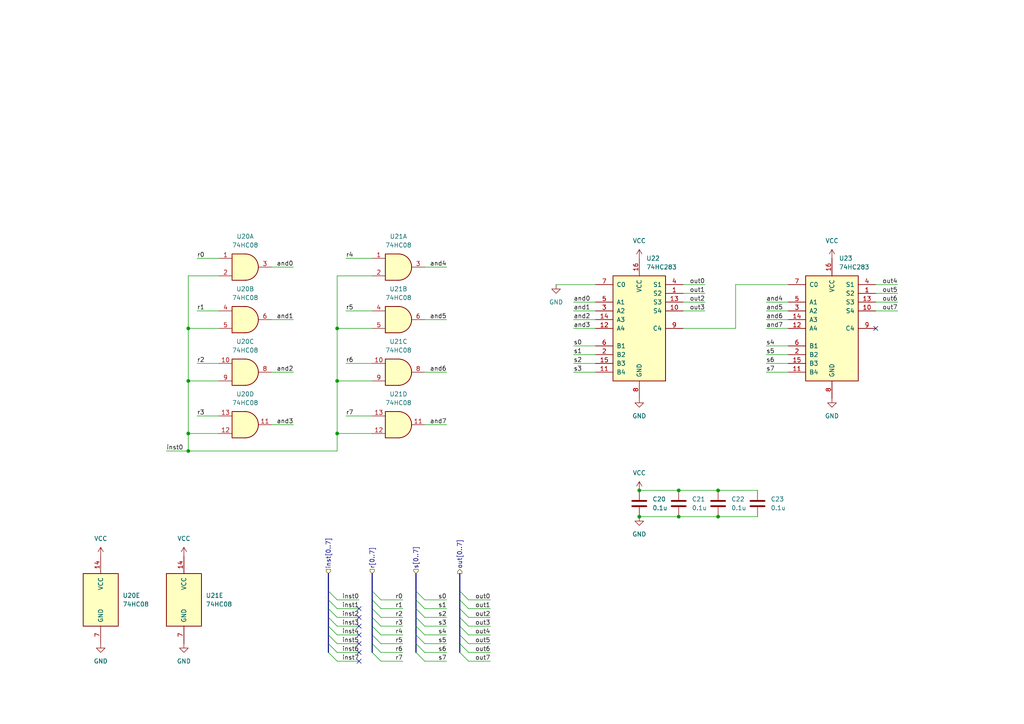
<source format=kicad_sch>
(kicad_sch (version 20211123) (generator eeschema)

  (uuid d4df6bc0-928c-463a-acf8-1529c86cae96)

  (paper "A4")

  (lib_symbols
    (symbol "74xx:74LS08" (pin_names (offset 1.016)) (in_bom yes) (on_board yes)
      (property "Reference" "U" (id 0) (at 0 1.27 0)
        (effects (font (size 1.27 1.27)))
      )
      (property "Value" "74LS08" (id 1) (at 0 -1.27 0)
        (effects (font (size 1.27 1.27)))
      )
      (property "Footprint" "" (id 2) (at 0 0 0)
        (effects (font (size 1.27 1.27)) hide)
      )
      (property "Datasheet" "http://www.ti.com/lit/gpn/sn74LS08" (id 3) (at 0 0 0)
        (effects (font (size 1.27 1.27)) hide)
      )
      (property "ki_locked" "" (id 4) (at 0 0 0)
        (effects (font (size 1.27 1.27)))
      )
      (property "ki_keywords" "TTL and2" (id 5) (at 0 0 0)
        (effects (font (size 1.27 1.27)) hide)
      )
      (property "ki_description" "Quad And2" (id 6) (at 0 0 0)
        (effects (font (size 1.27 1.27)) hide)
      )
      (property "ki_fp_filters" "DIP*W7.62mm*" (id 7) (at 0 0 0)
        (effects (font (size 1.27 1.27)) hide)
      )
      (symbol "74LS08_1_1"
        (arc (start 0 -3.81) (mid 3.81 0) (end 0 3.81)
          (stroke (width 0.254) (type default) (color 0 0 0 0))
          (fill (type background))
        )
        (polyline
          (pts
            (xy 0 3.81)
            (xy -3.81 3.81)
            (xy -3.81 -3.81)
            (xy 0 -3.81)
          )
          (stroke (width 0.254) (type default) (color 0 0 0 0))
          (fill (type background))
        )
        (pin input line (at -7.62 2.54 0) (length 3.81)
          (name "~" (effects (font (size 1.27 1.27))))
          (number "1" (effects (font (size 1.27 1.27))))
        )
        (pin input line (at -7.62 -2.54 0) (length 3.81)
          (name "~" (effects (font (size 1.27 1.27))))
          (number "2" (effects (font (size 1.27 1.27))))
        )
        (pin output line (at 7.62 0 180) (length 3.81)
          (name "~" (effects (font (size 1.27 1.27))))
          (number "3" (effects (font (size 1.27 1.27))))
        )
      )
      (symbol "74LS08_1_2"
        (arc (start -3.81 -3.81) (mid -2.589 0) (end -3.81 3.81)
          (stroke (width 0.254) (type default) (color 0 0 0 0))
          (fill (type none))
        )
        (arc (start -0.6096 -3.81) (mid 2.1855 -2.584) (end 3.81 0)
          (stroke (width 0.254) (type default) (color 0 0 0 0))
          (fill (type background))
        )
        (polyline
          (pts
            (xy -3.81 -3.81)
            (xy -0.635 -3.81)
          )
          (stroke (width 0.254) (type default) (color 0 0 0 0))
          (fill (type background))
        )
        (polyline
          (pts
            (xy -3.81 3.81)
            (xy -0.635 3.81)
          )
          (stroke (width 0.254) (type default) (color 0 0 0 0))
          (fill (type background))
        )
        (polyline
          (pts
            (xy -0.635 3.81)
            (xy -3.81 3.81)
            (xy -3.81 3.81)
            (xy -3.556 3.4036)
            (xy -3.0226 2.2606)
            (xy -2.6924 1.0414)
            (xy -2.6162 -0.254)
            (xy -2.7686 -1.4986)
            (xy -3.175 -2.7178)
            (xy -3.81 -3.81)
            (xy -3.81 -3.81)
            (xy -0.635 -3.81)
          )
          (stroke (width -25.4) (type default) (color 0 0 0 0))
          (fill (type background))
        )
        (arc (start 3.81 0) (mid 2.1928 2.5925) (end -0.6096 3.81)
          (stroke (width 0.254) (type default) (color 0 0 0 0))
          (fill (type background))
        )
        (pin input inverted (at -7.62 2.54 0) (length 4.318)
          (name "~" (effects (font (size 1.27 1.27))))
          (number "1" (effects (font (size 1.27 1.27))))
        )
        (pin input inverted (at -7.62 -2.54 0) (length 4.318)
          (name "~" (effects (font (size 1.27 1.27))))
          (number "2" (effects (font (size 1.27 1.27))))
        )
        (pin output inverted (at 7.62 0 180) (length 3.81)
          (name "~" (effects (font (size 1.27 1.27))))
          (number "3" (effects (font (size 1.27 1.27))))
        )
      )
      (symbol "74LS08_2_1"
        (arc (start 0 -3.81) (mid 3.81 0) (end 0 3.81)
          (stroke (width 0.254) (type default) (color 0 0 0 0))
          (fill (type background))
        )
        (polyline
          (pts
            (xy 0 3.81)
            (xy -3.81 3.81)
            (xy -3.81 -3.81)
            (xy 0 -3.81)
          )
          (stroke (width 0.254) (type default) (color 0 0 0 0))
          (fill (type background))
        )
        (pin input line (at -7.62 2.54 0) (length 3.81)
          (name "~" (effects (font (size 1.27 1.27))))
          (number "4" (effects (font (size 1.27 1.27))))
        )
        (pin input line (at -7.62 -2.54 0) (length 3.81)
          (name "~" (effects (font (size 1.27 1.27))))
          (number "5" (effects (font (size 1.27 1.27))))
        )
        (pin output line (at 7.62 0 180) (length 3.81)
          (name "~" (effects (font (size 1.27 1.27))))
          (number "6" (effects (font (size 1.27 1.27))))
        )
      )
      (symbol "74LS08_2_2"
        (arc (start -3.81 -3.81) (mid -2.589 0) (end -3.81 3.81)
          (stroke (width 0.254) (type default) (color 0 0 0 0))
          (fill (type none))
        )
        (arc (start -0.6096 -3.81) (mid 2.1855 -2.584) (end 3.81 0)
          (stroke (width 0.254) (type default) (color 0 0 0 0))
          (fill (type background))
        )
        (polyline
          (pts
            (xy -3.81 -3.81)
            (xy -0.635 -3.81)
          )
          (stroke (width 0.254) (type default) (color 0 0 0 0))
          (fill (type background))
        )
        (polyline
          (pts
            (xy -3.81 3.81)
            (xy -0.635 3.81)
          )
          (stroke (width 0.254) (type default) (color 0 0 0 0))
          (fill (type background))
        )
        (polyline
          (pts
            (xy -0.635 3.81)
            (xy -3.81 3.81)
            (xy -3.81 3.81)
            (xy -3.556 3.4036)
            (xy -3.0226 2.2606)
            (xy -2.6924 1.0414)
            (xy -2.6162 -0.254)
            (xy -2.7686 -1.4986)
            (xy -3.175 -2.7178)
            (xy -3.81 -3.81)
            (xy -3.81 -3.81)
            (xy -0.635 -3.81)
          )
          (stroke (width -25.4) (type default) (color 0 0 0 0))
          (fill (type background))
        )
        (arc (start 3.81 0) (mid 2.1928 2.5925) (end -0.6096 3.81)
          (stroke (width 0.254) (type default) (color 0 0 0 0))
          (fill (type background))
        )
        (pin input inverted (at -7.62 2.54 0) (length 4.318)
          (name "~" (effects (font (size 1.27 1.27))))
          (number "4" (effects (font (size 1.27 1.27))))
        )
        (pin input inverted (at -7.62 -2.54 0) (length 4.318)
          (name "~" (effects (font (size 1.27 1.27))))
          (number "5" (effects (font (size 1.27 1.27))))
        )
        (pin output inverted (at 7.62 0 180) (length 3.81)
          (name "~" (effects (font (size 1.27 1.27))))
          (number "6" (effects (font (size 1.27 1.27))))
        )
      )
      (symbol "74LS08_3_1"
        (arc (start 0 -3.81) (mid 3.81 0) (end 0 3.81)
          (stroke (width 0.254) (type default) (color 0 0 0 0))
          (fill (type background))
        )
        (polyline
          (pts
            (xy 0 3.81)
            (xy -3.81 3.81)
            (xy -3.81 -3.81)
            (xy 0 -3.81)
          )
          (stroke (width 0.254) (type default) (color 0 0 0 0))
          (fill (type background))
        )
        (pin input line (at -7.62 -2.54 0) (length 3.81)
          (name "~" (effects (font (size 1.27 1.27))))
          (number "10" (effects (font (size 1.27 1.27))))
        )
        (pin output line (at 7.62 0 180) (length 3.81)
          (name "~" (effects (font (size 1.27 1.27))))
          (number "8" (effects (font (size 1.27 1.27))))
        )
        (pin input line (at -7.62 2.54 0) (length 3.81)
          (name "~" (effects (font (size 1.27 1.27))))
          (number "9" (effects (font (size 1.27 1.27))))
        )
      )
      (symbol "74LS08_3_2"
        (arc (start -3.81 -3.81) (mid -2.589 0) (end -3.81 3.81)
          (stroke (width 0.254) (type default) (color 0 0 0 0))
          (fill (type none))
        )
        (arc (start -0.6096 -3.81) (mid 2.1855 -2.584) (end 3.81 0)
          (stroke (width 0.254) (type default) (color 0 0 0 0))
          (fill (type background))
        )
        (polyline
          (pts
            (xy -3.81 -3.81)
            (xy -0.635 -3.81)
          )
          (stroke (width 0.254) (type default) (color 0 0 0 0))
          (fill (type background))
        )
        (polyline
          (pts
            (xy -3.81 3.81)
            (xy -0.635 3.81)
          )
          (stroke (width 0.254) (type default) (color 0 0 0 0))
          (fill (type background))
        )
        (polyline
          (pts
            (xy -0.635 3.81)
            (xy -3.81 3.81)
            (xy -3.81 3.81)
            (xy -3.556 3.4036)
            (xy -3.0226 2.2606)
            (xy -2.6924 1.0414)
            (xy -2.6162 -0.254)
            (xy -2.7686 -1.4986)
            (xy -3.175 -2.7178)
            (xy -3.81 -3.81)
            (xy -3.81 -3.81)
            (xy -0.635 -3.81)
          )
          (stroke (width -25.4) (type default) (color 0 0 0 0))
          (fill (type background))
        )
        (arc (start 3.81 0) (mid 2.1928 2.5925) (end -0.6096 3.81)
          (stroke (width 0.254) (type default) (color 0 0 0 0))
          (fill (type background))
        )
        (pin input inverted (at -7.62 -2.54 0) (length 4.318)
          (name "~" (effects (font (size 1.27 1.27))))
          (number "10" (effects (font (size 1.27 1.27))))
        )
        (pin output inverted (at 7.62 0 180) (length 3.81)
          (name "~" (effects (font (size 1.27 1.27))))
          (number "8" (effects (font (size 1.27 1.27))))
        )
        (pin input inverted (at -7.62 2.54 0) (length 4.318)
          (name "~" (effects (font (size 1.27 1.27))))
          (number "9" (effects (font (size 1.27 1.27))))
        )
      )
      (symbol "74LS08_4_1"
        (arc (start 0 -3.81) (mid 3.81 0) (end 0 3.81)
          (stroke (width 0.254) (type default) (color 0 0 0 0))
          (fill (type background))
        )
        (polyline
          (pts
            (xy 0 3.81)
            (xy -3.81 3.81)
            (xy -3.81 -3.81)
            (xy 0 -3.81)
          )
          (stroke (width 0.254) (type default) (color 0 0 0 0))
          (fill (type background))
        )
        (pin output line (at 7.62 0 180) (length 3.81)
          (name "~" (effects (font (size 1.27 1.27))))
          (number "11" (effects (font (size 1.27 1.27))))
        )
        (pin input line (at -7.62 2.54 0) (length 3.81)
          (name "~" (effects (font (size 1.27 1.27))))
          (number "12" (effects (font (size 1.27 1.27))))
        )
        (pin input line (at -7.62 -2.54 0) (length 3.81)
          (name "~" (effects (font (size 1.27 1.27))))
          (number "13" (effects (font (size 1.27 1.27))))
        )
      )
      (symbol "74LS08_4_2"
        (arc (start -3.81 -3.81) (mid -2.589 0) (end -3.81 3.81)
          (stroke (width 0.254) (type default) (color 0 0 0 0))
          (fill (type none))
        )
        (arc (start -0.6096 -3.81) (mid 2.1855 -2.584) (end 3.81 0)
          (stroke (width 0.254) (type default) (color 0 0 0 0))
          (fill (type background))
        )
        (polyline
          (pts
            (xy -3.81 -3.81)
            (xy -0.635 -3.81)
          )
          (stroke (width 0.254) (type default) (color 0 0 0 0))
          (fill (type background))
        )
        (polyline
          (pts
            (xy -3.81 3.81)
            (xy -0.635 3.81)
          )
          (stroke (width 0.254) (type default) (color 0 0 0 0))
          (fill (type background))
        )
        (polyline
          (pts
            (xy -0.635 3.81)
            (xy -3.81 3.81)
            (xy -3.81 3.81)
            (xy -3.556 3.4036)
            (xy -3.0226 2.2606)
            (xy -2.6924 1.0414)
            (xy -2.6162 -0.254)
            (xy -2.7686 -1.4986)
            (xy -3.175 -2.7178)
            (xy -3.81 -3.81)
            (xy -3.81 -3.81)
            (xy -0.635 -3.81)
          )
          (stroke (width -25.4) (type default) (color 0 0 0 0))
          (fill (type background))
        )
        (arc (start 3.81 0) (mid 2.1928 2.5925) (end -0.6096 3.81)
          (stroke (width 0.254) (type default) (color 0 0 0 0))
          (fill (type background))
        )
        (pin output inverted (at 7.62 0 180) (length 3.81)
          (name "~" (effects (font (size 1.27 1.27))))
          (number "11" (effects (font (size 1.27 1.27))))
        )
        (pin input inverted (at -7.62 2.54 0) (length 4.318)
          (name "~" (effects (font (size 1.27 1.27))))
          (number "12" (effects (font (size 1.27 1.27))))
        )
        (pin input inverted (at -7.62 -2.54 0) (length 4.318)
          (name "~" (effects (font (size 1.27 1.27))))
          (number "13" (effects (font (size 1.27 1.27))))
        )
      )
      (symbol "74LS08_5_0"
        (pin power_in line (at 0 12.7 270) (length 5.08)
          (name "VCC" (effects (font (size 1.27 1.27))))
          (number "14" (effects (font (size 1.27 1.27))))
        )
        (pin power_in line (at 0 -12.7 90) (length 5.08)
          (name "GND" (effects (font (size 1.27 1.27))))
          (number "7" (effects (font (size 1.27 1.27))))
        )
      )
      (symbol "74LS08_5_1"
        (rectangle (start -5.08 7.62) (end 5.08 -7.62)
          (stroke (width 0.254) (type default) (color 0 0 0 0))
          (fill (type background))
        )
      )
    )
    (symbol "74xx:74LS283" (pin_names (offset 1.016)) (in_bom yes) (on_board yes)
      (property "Reference" "U" (id 0) (at -7.62 16.51 0)
        (effects (font (size 1.27 1.27)))
      )
      (property "Value" "74LS283" (id 1) (at -7.62 -16.51 0)
        (effects (font (size 1.27 1.27)))
      )
      (property "Footprint" "" (id 2) (at 0 0 0)
        (effects (font (size 1.27 1.27)) hide)
      )
      (property "Datasheet" "http://www.ti.com/lit/gpn/sn74LS283" (id 3) (at 0 0 0)
        (effects (font (size 1.27 1.27)) hide)
      )
      (property "ki_locked" "" (id 4) (at 0 0 0)
        (effects (font (size 1.27 1.27)))
      )
      (property "ki_keywords" "TTL ADD Arith ALU" (id 5) (at 0 0 0)
        (effects (font (size 1.27 1.27)) hide)
      )
      (property "ki_description" "4-bit full Adder" (id 6) (at 0 0 0)
        (effects (font (size 1.27 1.27)) hide)
      )
      (property "ki_fp_filters" "DIP?16*" (id 7) (at 0 0 0)
        (effects (font (size 1.27 1.27)) hide)
      )
      (symbol "74LS283_1_0"
        (pin output line (at 12.7 10.16 180) (length 5.08)
          (name "S2" (effects (font (size 1.27 1.27))))
          (number "1" (effects (font (size 1.27 1.27))))
        )
        (pin output line (at 12.7 5.08 180) (length 5.08)
          (name "S4" (effects (font (size 1.27 1.27))))
          (number "10" (effects (font (size 1.27 1.27))))
        )
        (pin input line (at -12.7 -12.7 0) (length 5.08)
          (name "B4" (effects (font (size 1.27 1.27))))
          (number "11" (effects (font (size 1.27 1.27))))
        )
        (pin input line (at -12.7 0 0) (length 5.08)
          (name "A4" (effects (font (size 1.27 1.27))))
          (number "12" (effects (font (size 1.27 1.27))))
        )
        (pin output line (at 12.7 7.62 180) (length 5.08)
          (name "S3" (effects (font (size 1.27 1.27))))
          (number "13" (effects (font (size 1.27 1.27))))
        )
        (pin input line (at -12.7 2.54 0) (length 5.08)
          (name "A3" (effects (font (size 1.27 1.27))))
          (number "14" (effects (font (size 1.27 1.27))))
        )
        (pin input line (at -12.7 -10.16 0) (length 5.08)
          (name "B3" (effects (font (size 1.27 1.27))))
          (number "15" (effects (font (size 1.27 1.27))))
        )
        (pin power_in line (at 0 20.32 270) (length 5.08)
          (name "VCC" (effects (font (size 1.27 1.27))))
          (number "16" (effects (font (size 1.27 1.27))))
        )
        (pin input line (at -12.7 -7.62 0) (length 5.08)
          (name "B2" (effects (font (size 1.27 1.27))))
          (number "2" (effects (font (size 1.27 1.27))))
        )
        (pin input line (at -12.7 5.08 0) (length 5.08)
          (name "A2" (effects (font (size 1.27 1.27))))
          (number "3" (effects (font (size 1.27 1.27))))
        )
        (pin output line (at 12.7 12.7 180) (length 5.08)
          (name "S1" (effects (font (size 1.27 1.27))))
          (number "4" (effects (font (size 1.27 1.27))))
        )
        (pin input line (at -12.7 7.62 0) (length 5.08)
          (name "A1" (effects (font (size 1.27 1.27))))
          (number "5" (effects (font (size 1.27 1.27))))
        )
        (pin input line (at -12.7 -5.08 0) (length 5.08)
          (name "B1" (effects (font (size 1.27 1.27))))
          (number "6" (effects (font (size 1.27 1.27))))
        )
        (pin input line (at -12.7 12.7 0) (length 5.08)
          (name "C0" (effects (font (size 1.27 1.27))))
          (number "7" (effects (font (size 1.27 1.27))))
        )
        (pin power_in line (at 0 -20.32 90) (length 5.08)
          (name "GND" (effects (font (size 1.27 1.27))))
          (number "8" (effects (font (size 1.27 1.27))))
        )
        (pin output line (at 12.7 0 180) (length 5.08)
          (name "C4" (effects (font (size 1.27 1.27))))
          (number "9" (effects (font (size 1.27 1.27))))
        )
      )
      (symbol "74LS283_1_1"
        (rectangle (start -7.62 15.24) (end 7.62 -15.24)
          (stroke (width 0.254) (type default) (color 0 0 0 0))
          (fill (type background))
        )
      )
    )
    (symbol "Device:C" (pin_numbers hide) (pin_names (offset 0.254)) (in_bom yes) (on_board yes)
      (property "Reference" "C" (id 0) (at 0.635 2.54 0)
        (effects (font (size 1.27 1.27)) (justify left))
      )
      (property "Value" "C" (id 1) (at 0.635 -2.54 0)
        (effects (font (size 1.27 1.27)) (justify left))
      )
      (property "Footprint" "" (id 2) (at 0.9652 -3.81 0)
        (effects (font (size 1.27 1.27)) hide)
      )
      (property "Datasheet" "~" (id 3) (at 0 0 0)
        (effects (font (size 1.27 1.27)) hide)
      )
      (property "ki_keywords" "cap capacitor" (id 4) (at 0 0 0)
        (effects (font (size 1.27 1.27)) hide)
      )
      (property "ki_description" "Unpolarized capacitor" (id 5) (at 0 0 0)
        (effects (font (size 1.27 1.27)) hide)
      )
      (property "ki_fp_filters" "C_*" (id 6) (at 0 0 0)
        (effects (font (size 1.27 1.27)) hide)
      )
      (symbol "C_0_1"
        (polyline
          (pts
            (xy -2.032 -0.762)
            (xy 2.032 -0.762)
          )
          (stroke (width 0.508) (type default) (color 0 0 0 0))
          (fill (type none))
        )
        (polyline
          (pts
            (xy -2.032 0.762)
            (xy 2.032 0.762)
          )
          (stroke (width 0.508) (type default) (color 0 0 0 0))
          (fill (type none))
        )
      )
      (symbol "C_1_1"
        (pin passive line (at 0 3.81 270) (length 2.794)
          (name "~" (effects (font (size 1.27 1.27))))
          (number "1" (effects (font (size 1.27 1.27))))
        )
        (pin passive line (at 0 -3.81 90) (length 2.794)
          (name "~" (effects (font (size 1.27 1.27))))
          (number "2" (effects (font (size 1.27 1.27))))
        )
      )
    )
    (symbol "power:GND" (power) (pin_names (offset 0)) (in_bom yes) (on_board yes)
      (property "Reference" "#PWR" (id 0) (at 0 -6.35 0)
        (effects (font (size 1.27 1.27)) hide)
      )
      (property "Value" "GND" (id 1) (at 0 -3.81 0)
        (effects (font (size 1.27 1.27)))
      )
      (property "Footprint" "" (id 2) (at 0 0 0)
        (effects (font (size 1.27 1.27)) hide)
      )
      (property "Datasheet" "" (id 3) (at 0 0 0)
        (effects (font (size 1.27 1.27)) hide)
      )
      (property "ki_keywords" "power-flag" (id 4) (at 0 0 0)
        (effects (font (size 1.27 1.27)) hide)
      )
      (property "ki_description" "Power symbol creates a global label with name \"GND\" , ground" (id 5) (at 0 0 0)
        (effects (font (size 1.27 1.27)) hide)
      )
      (symbol "GND_0_1"
        (polyline
          (pts
            (xy 0 0)
            (xy 0 -1.27)
            (xy 1.27 -1.27)
            (xy 0 -2.54)
            (xy -1.27 -1.27)
            (xy 0 -1.27)
          )
          (stroke (width 0) (type default) (color 0 0 0 0))
          (fill (type none))
        )
      )
      (symbol "GND_1_1"
        (pin power_in line (at 0 0 270) (length 0) hide
          (name "GND" (effects (font (size 1.27 1.27))))
          (number "1" (effects (font (size 1.27 1.27))))
        )
      )
    )
    (symbol "power:VCC" (power) (pin_names (offset 0)) (in_bom yes) (on_board yes)
      (property "Reference" "#PWR" (id 0) (at 0 -3.81 0)
        (effects (font (size 1.27 1.27)) hide)
      )
      (property "Value" "VCC" (id 1) (at 0 3.81 0)
        (effects (font (size 1.27 1.27)))
      )
      (property "Footprint" "" (id 2) (at 0 0 0)
        (effects (font (size 1.27 1.27)) hide)
      )
      (property "Datasheet" "" (id 3) (at 0 0 0)
        (effects (font (size 1.27 1.27)) hide)
      )
      (property "ki_keywords" "power-flag" (id 4) (at 0 0 0)
        (effects (font (size 1.27 1.27)) hide)
      )
      (property "ki_description" "Power symbol creates a global label with name \"VCC\"" (id 5) (at 0 0 0)
        (effects (font (size 1.27 1.27)) hide)
      )
      (symbol "VCC_0_1"
        (polyline
          (pts
            (xy -0.762 1.27)
            (xy 0 2.54)
          )
          (stroke (width 0) (type default) (color 0 0 0 0))
          (fill (type none))
        )
        (polyline
          (pts
            (xy 0 0)
            (xy 0 2.54)
          )
          (stroke (width 0) (type default) (color 0 0 0 0))
          (fill (type none))
        )
        (polyline
          (pts
            (xy 0 2.54)
            (xy 0.762 1.27)
          )
          (stroke (width 0) (type default) (color 0 0 0 0))
          (fill (type none))
        )
      )
      (symbol "VCC_1_1"
        (pin power_in line (at 0 0 90) (length 0) hide
          (name "VCC" (effects (font (size 1.27 1.27))))
          (number "1" (effects (font (size 1.27 1.27))))
        )
      )
    )
  )

  (junction (at 54.61 130.81) (diameter 0) (color 0 0 0 0)
    (uuid 0c12ca65-db7c-4ea1-b949-cdf797048fd0)
  )
  (junction (at 54.61 110.49) (diameter 0) (color 0 0 0 0)
    (uuid 1575b1db-a530-41c1-8605-7e5b1ecaaf45)
  )
  (junction (at 54.61 125.73) (diameter 0) (color 0 0 0 0)
    (uuid 1d6fe2f8-2c51-4b7b-ad67-d03321e6289f)
  )
  (junction (at 196.85 149.86) (diameter 0) (color 0 0 0 0)
    (uuid 26915e72-90ac-477a-846c-6f554d0023e4)
  )
  (junction (at 196.85 142.24) (diameter 0) (color 0 0 0 0)
    (uuid 39ede1f0-f27e-4370-9b95-c247e04827c3)
  )
  (junction (at 208.28 142.24) (diameter 0) (color 0 0 0 0)
    (uuid 61e0c44e-31ec-4ca9-b10d-bf2e23922633)
  )
  (junction (at 97.79 110.49) (diameter 0) (color 0 0 0 0)
    (uuid 6c20973b-2a44-43a7-af98-c65eaa570b72)
  )
  (junction (at 185.42 149.86) (diameter 0) (color 0 0 0 0)
    (uuid b0f82e91-7c53-4ede-8b59-d487c5a895bb)
  )
  (junction (at 97.79 125.73) (diameter 0) (color 0 0 0 0)
    (uuid b950aa68-f479-4888-a7b0-64eb4f82ee19)
  )
  (junction (at 97.79 95.25) (diameter 0) (color 0 0 0 0)
    (uuid cd6f0650-f5ba-438f-aaab-f5cb412e372a)
  )
  (junction (at 208.28 149.86) (diameter 0) (color 0 0 0 0)
    (uuid cdf52cd1-5cab-47dd-b47c-1334ce3a69e9)
  )
  (junction (at 54.61 95.25) (diameter 0) (color 0 0 0 0)
    (uuid e9f0184a-5027-4026-aba9-d91da0d61d76)
  )
  (junction (at 185.42 142.24) (diameter 0) (color 0 0 0 0)
    (uuid ef8d7c61-77b3-4669-8624-be94f2dc8dec)
  )

  (no_connect (at 104.14 181.61) (uuid 29ae8dfa-f4f3-4925-8975-b24841dea073))
  (no_connect (at 104.14 186.69) (uuid 3d8112b0-c6cd-40d1-97a9-c3b3e5758732))
  (no_connect (at 104.14 189.23) (uuid 59b492ca-e7f1-4057-ba0a-72a311283ab7))
  (no_connect (at 104.14 191.77) (uuid 59b492ca-e7f1-4057-ba0a-72a311283ab8))
  (no_connect (at 254 95.25) (uuid 7b497525-6a66-45f6-a75b-89908231aa25))
  (no_connect (at 104.14 184.15) (uuid a2b892ac-f0eb-4425-800a-b03e670f5ab3))
  (no_connect (at 104.14 179.07) (uuid b3568f33-79d6-4670-a8a8-3a5cb8fab51f))
  (no_connect (at 104.14 176.53) (uuid b4fcaf19-eadc-4c8f-ad33-cd05af3adbf6))

  (bus_entry (at 107.95 189.23) (size 2.54 2.54)
    (stroke (width 0) (type default) (color 0 0 0 0))
    (uuid 054a9358-e5be-4352-9d3a-0a4acedc7688)
  )
  (bus_entry (at 107.95 173.99) (size 2.54 2.54)
    (stroke (width 0) (type default) (color 0 0 0 0))
    (uuid 089d6391-6732-4c77-b1b5-bc3342d4daf8)
  )
  (bus_entry (at 133.35 176.53) (size 2.54 2.54)
    (stroke (width 0) (type default) (color 0 0 0 0))
    (uuid 18971bdf-f3b5-463d-971f-579e85f19da2)
  )
  (bus_entry (at 107.95 179.07) (size 2.54 2.54)
    (stroke (width 0) (type default) (color 0 0 0 0))
    (uuid 373c6731-d907-4d76-a8ed-707c22cecc7c)
  )
  (bus_entry (at 120.65 176.53) (size 2.54 2.54)
    (stroke (width 0) (type default) (color 0 0 0 0))
    (uuid 4d138bd5-cc1a-4d27-a4b6-64a3de9924bd)
  )
  (bus_entry (at 107.95 184.15) (size 2.54 2.54)
    (stroke (width 0) (type default) (color 0 0 0 0))
    (uuid 6349e663-e08f-4ab9-b1da-dbe2072a0d75)
  )
  (bus_entry (at 107.95 181.61) (size 2.54 2.54)
    (stroke (width 0) (type default) (color 0 0 0 0))
    (uuid 6a7c708d-1443-43ed-bd6e-2ca9c2c038cd)
  )
  (bus_entry (at 133.35 179.07) (size 2.54 2.54)
    (stroke (width 0) (type default) (color 0 0 0 0))
    (uuid 738a22b4-e79b-4662-a653-05bd85f4df7f)
  )
  (bus_entry (at 133.35 181.61) (size 2.54 2.54)
    (stroke (width 0) (type default) (color 0 0 0 0))
    (uuid 76dabc20-bd8f-4129-b0ec-c25e89590559)
  )
  (bus_entry (at 133.35 173.99) (size 2.54 2.54)
    (stroke (width 0) (type default) (color 0 0 0 0))
    (uuid 78ee7e96-e069-4609-89ee-426359413f1a)
  )
  (bus_entry (at 120.65 189.23) (size 2.54 2.54)
    (stroke (width 0) (type default) (color 0 0 0 0))
    (uuid 793c9eb4-4b89-44fc-b969-71356939df69)
  )
  (bus_entry (at 133.35 184.15) (size 2.54 2.54)
    (stroke (width 0) (type default) (color 0 0 0 0))
    (uuid 8570a27d-b85a-4b94-8c14-1fdf6db98160)
  )
  (bus_entry (at 95.25 176.53) (size 2.54 2.54)
    (stroke (width 0) (type default) (color 0 0 0 0))
    (uuid 9759d7ea-c706-4742-a85a-83a349e652f4)
  )
  (bus_entry (at 95.25 184.15) (size 2.54 2.54)
    (stroke (width 0) (type default) (color 0 0 0 0))
    (uuid 9f7ea1f2-7819-4497-84ab-d60b85ba2974)
  )
  (bus_entry (at 120.65 171.45) (size 2.54 2.54)
    (stroke (width 0) (type default) (color 0 0 0 0))
    (uuid a66677c1-3779-465f-a891-9343cefee0a3)
  )
  (bus_entry (at 120.65 181.61) (size 2.54 2.54)
    (stroke (width 0) (type default) (color 0 0 0 0))
    (uuid b1a6d1dd-7522-433a-a100-01431cbde21b)
  )
  (bus_entry (at 133.35 186.69) (size 2.54 2.54)
    (stroke (width 0) (type default) (color 0 0 0 0))
    (uuid b245d288-a1d8-431b-99f5-c5b5185a2be3)
  )
  (bus_entry (at 95.25 179.07) (size 2.54 2.54)
    (stroke (width 0) (type default) (color 0 0 0 0))
    (uuid beabe18f-da0c-4a55-8261-3184ab3efbcf)
  )
  (bus_entry (at 95.25 171.45) (size 2.54 2.54)
    (stroke (width 0) (type default) (color 0 0 0 0))
    (uuid c17e1841-e6e7-4961-adee-f05a90534f90)
  )
  (bus_entry (at 95.25 181.61) (size 2.54 2.54)
    (stroke (width 0) (type default) (color 0 0 0 0))
    (uuid d9010459-e387-41f9-8837-cfd8487c0f78)
  )
  (bus_entry (at 133.35 171.45) (size 2.54 2.54)
    (stroke (width 0) (type default) (color 0 0 0 0))
    (uuid dfca2d15-2cfe-4ad4-87ca-52b6f3ef8ea4)
  )
  (bus_entry (at 95.25 186.69) (size 2.54 2.54)
    (stroke (width 0) (type default) (color 0 0 0 0))
    (uuid dff3e65a-9f7d-49bf-824e-ab8d7c4c8e9b)
  )
  (bus_entry (at 95.25 189.23) (size 2.54 2.54)
    (stroke (width 0) (type default) (color 0 0 0 0))
    (uuid e00097cf-1698-4e2f-84ce-fea1b21b83c1)
  )
  (bus_entry (at 120.65 179.07) (size 2.54 2.54)
    (stroke (width 0) (type default) (color 0 0 0 0))
    (uuid e31707ee-c43d-447d-be73-961b899f2e66)
  )
  (bus_entry (at 133.35 189.23) (size 2.54 2.54)
    (stroke (width 0) (type default) (color 0 0 0 0))
    (uuid e446698e-551f-4be6-aa21-55813cc1fc53)
  )
  (bus_entry (at 107.95 176.53) (size 2.54 2.54)
    (stroke (width 0) (type default) (color 0 0 0 0))
    (uuid e46b9409-06b7-41b9-8c20-a25b89378ceb)
  )
  (bus_entry (at 120.65 184.15) (size 2.54 2.54)
    (stroke (width 0) (type default) (color 0 0 0 0))
    (uuid e59b7af1-c0b1-43f6-8f28-f5f8941f0747)
  )
  (bus_entry (at 107.95 186.69) (size 2.54 2.54)
    (stroke (width 0) (type default) (color 0 0 0 0))
    (uuid e6fc3cd9-bcae-491d-89dd-45c78ad071e6)
  )
  (bus_entry (at 107.95 171.45) (size 2.54 2.54)
    (stroke (width 0) (type default) (color 0 0 0 0))
    (uuid ecc535a1-05e5-4b25-8f04-45f07ead969b)
  )
  (bus_entry (at 95.25 173.99) (size 2.54 2.54)
    (stroke (width 0) (type default) (color 0 0 0 0))
    (uuid ef9951a5-2f1f-4baa-a1d7-27457386ecaf)
  )
  (bus_entry (at 120.65 173.99) (size 2.54 2.54)
    (stroke (width 0) (type default) (color 0 0 0 0))
    (uuid f46806b1-803c-47c1-844b-d99f565bf380)
  )
  (bus_entry (at 120.65 186.69) (size 2.54 2.54)
    (stroke (width 0) (type default) (color 0 0 0 0))
    (uuid fcb5f3d0-4a23-4d67-904f-98bcb5c79914)
  )

  (wire (pts (xy 254 90.17) (xy 260.35 90.17))
    (stroke (width 0) (type default) (color 0 0 0 0))
    (uuid 01955e81-d27e-4b5a-bec1-4296553d27c5)
  )
  (wire (pts (xy 222.25 87.63) (xy 228.6 87.63))
    (stroke (width 0) (type default) (color 0 0 0 0))
    (uuid 024075f3-f9a5-4e5c-893a-0f838359103b)
  )
  (wire (pts (xy 78.74 92.71) (xy 85.09 92.71))
    (stroke (width 0) (type default) (color 0 0 0 0))
    (uuid 0582208a-2aa7-4e24-8bc6-a89b0b7aedd5)
  )
  (wire (pts (xy 208.28 149.86) (xy 219.71 149.86))
    (stroke (width 0) (type default) (color 0 0 0 0))
    (uuid 05e1955c-1a03-41e5-9e25-c0b1f33861d5)
  )
  (bus (pts (xy 95.25 181.61) (xy 95.25 184.15))
    (stroke (width 0) (type default) (color 0 0 0 0))
    (uuid 063062e4-d7b4-46b9-b8a4-a07bf4a7defe)
  )

  (wire (pts (xy 166.37 100.33) (xy 172.72 100.33))
    (stroke (width 0) (type default) (color 0 0 0 0))
    (uuid 08470bee-0d60-45f9-9792-67a2460eef3e)
  )
  (bus (pts (xy 133.35 171.45) (xy 133.35 173.99))
    (stroke (width 0) (type default) (color 0 0 0 0))
    (uuid 0a5a6d63-36b4-4886-864f-d29e6ac3aba9)
  )

  (wire (pts (xy 135.89 191.77) (xy 142.24 191.77))
    (stroke (width 0) (type default) (color 0 0 0 0))
    (uuid 0bf22d7e-b694-4e3b-a92e-67f61136986c)
  )
  (wire (pts (xy 123.19 186.69) (xy 129.54 186.69))
    (stroke (width 0) (type default) (color 0 0 0 0))
    (uuid 0cd461f2-75c1-491e-a9d0-0d52532f29ca)
  )
  (wire (pts (xy 110.49 184.15) (xy 116.84 184.15))
    (stroke (width 0) (type default) (color 0 0 0 0))
    (uuid 10bdc63b-35fa-4b69-aeae-87374283b9f0)
  )
  (wire (pts (xy 222.25 95.25) (xy 228.6 95.25))
    (stroke (width 0) (type default) (color 0 0 0 0))
    (uuid 10e91a75-2df0-4b55-85d5-9cfa5fed1949)
  )
  (bus (pts (xy 95.25 171.45) (xy 95.25 173.99))
    (stroke (width 0) (type default) (color 0 0 0 0))
    (uuid 117b485f-f9f6-4794-acd3-6f6f791f575d)
  )
  (bus (pts (xy 133.35 179.07) (xy 133.35 181.61))
    (stroke (width 0) (type default) (color 0 0 0 0))
    (uuid 121f29fc-7e98-40c9-836e-d32d08f179b4)
  )

  (wire (pts (xy 97.79 95.25) (xy 107.95 95.25))
    (stroke (width 0) (type default) (color 0 0 0 0))
    (uuid 14d6ce1b-93e4-4b84-8304-151a90917832)
  )
  (wire (pts (xy 185.42 149.86) (xy 196.85 149.86))
    (stroke (width 0) (type default) (color 0 0 0 0))
    (uuid 163d8244-a9d8-4840-b0e9-62a1f6595e24)
  )
  (wire (pts (xy 97.79 181.61) (xy 104.14 181.61))
    (stroke (width 0) (type default) (color 0 0 0 0))
    (uuid 168e6a03-5002-4026-8c37-10303ff3bed3)
  )
  (bus (pts (xy 120.65 179.07) (xy 120.65 181.61))
    (stroke (width 0) (type default) (color 0 0 0 0))
    (uuid 17b7aea6-dd94-4346-9c26-1e30c36cdd02)
  )

  (wire (pts (xy 196.85 149.86) (xy 208.28 149.86))
    (stroke (width 0) (type default) (color 0 0 0 0))
    (uuid 192a4ae0-668c-43de-91b1-cb23238264fe)
  )
  (wire (pts (xy 110.49 179.07) (xy 116.84 179.07))
    (stroke (width 0) (type default) (color 0 0 0 0))
    (uuid 1a226a3d-16ba-4af7-8237-93ce17c4788e)
  )
  (wire (pts (xy 198.12 90.17) (xy 204.47 90.17))
    (stroke (width 0) (type default) (color 0 0 0 0))
    (uuid 1aa8fd85-2213-475e-9442-fbcc9ca47d43)
  )
  (wire (pts (xy 198.12 95.25) (xy 213.36 95.25))
    (stroke (width 0) (type default) (color 0 0 0 0))
    (uuid 1b4336b7-3179-4e7b-b275-8df8e066320a)
  )
  (wire (pts (xy 97.79 189.23) (xy 104.14 189.23))
    (stroke (width 0) (type default) (color 0 0 0 0))
    (uuid 2191d2aa-3330-46a1-b90d-548aadee17c4)
  )
  (wire (pts (xy 161.29 82.55) (xy 172.72 82.55))
    (stroke (width 0) (type default) (color 0 0 0 0))
    (uuid 23125f33-a563-499f-9998-4fdb20278642)
  )
  (wire (pts (xy 166.37 107.95) (xy 172.72 107.95))
    (stroke (width 0) (type default) (color 0 0 0 0))
    (uuid 242a9664-09fb-4ff0-bcaf-b89452458608)
  )
  (wire (pts (xy 54.61 95.25) (xy 54.61 110.49))
    (stroke (width 0) (type default) (color 0 0 0 0))
    (uuid 28302cba-c0ac-43ad-b183-4c1b55a3ae14)
  )
  (bus (pts (xy 107.95 186.69) (xy 107.95 189.23))
    (stroke (width 0) (type default) (color 0 0 0 0))
    (uuid 2d073101-ac21-41b5-b7e6-638721ee742a)
  )

  (wire (pts (xy 97.79 186.69) (xy 104.14 186.69))
    (stroke (width 0) (type default) (color 0 0 0 0))
    (uuid 2fd777b9-e31f-43a4-bb87-05cf9bea0243)
  )
  (wire (pts (xy 222.25 92.71) (xy 228.6 92.71))
    (stroke (width 0) (type default) (color 0 0 0 0))
    (uuid 3959dbe5-2432-47a6-bdba-04c4c150d52e)
  )
  (bus (pts (xy 133.35 173.99) (xy 133.35 176.53))
    (stroke (width 0) (type default) (color 0 0 0 0))
    (uuid 3b05ba9a-f023-4d04-83f3-9c2c664ae824)
  )

  (wire (pts (xy 166.37 87.63) (xy 172.72 87.63))
    (stroke (width 0) (type default) (color 0 0 0 0))
    (uuid 3bc14570-9c66-4abb-833a-b231f6ae57bb)
  )
  (wire (pts (xy 254 85.09) (xy 260.35 85.09))
    (stroke (width 0) (type default) (color 0 0 0 0))
    (uuid 3cd0aa58-f0ff-4954-9981-f27c2703fda4)
  )
  (wire (pts (xy 54.61 95.25) (xy 63.5 95.25))
    (stroke (width 0) (type default) (color 0 0 0 0))
    (uuid 4105736f-0ea7-4189-8850-cb1e69f22fec)
  )
  (bus (pts (xy 133.35 186.69) (xy 133.35 189.23))
    (stroke (width 0) (type default) (color 0 0 0 0))
    (uuid 41091290-59ff-4fc0-9733-bfde6e4d7972)
  )

  (wire (pts (xy 123.19 191.77) (xy 129.54 191.77))
    (stroke (width 0) (type default) (color 0 0 0 0))
    (uuid 4276aa5c-d0e4-47e5-a096-6b527544845c)
  )
  (wire (pts (xy 97.79 191.77) (xy 104.14 191.77))
    (stroke (width 0) (type default) (color 0 0 0 0))
    (uuid 470822a0-f015-4eb7-950f-22bd138ee92c)
  )
  (bus (pts (xy 95.25 166.37) (xy 95.25 171.45))
    (stroke (width 0) (type default) (color 0 0 0 0))
    (uuid 483c276d-ff0f-4599-b4da-352b6af2b4ed)
  )
  (bus (pts (xy 107.95 166.37) (xy 107.95 171.45))
    (stroke (width 0) (type default) (color 0 0 0 0))
    (uuid 501eb70f-e740-4d28-92da-d4aad69c653b)
  )

  (wire (pts (xy 57.15 105.41) (xy 63.5 105.41))
    (stroke (width 0) (type default) (color 0 0 0 0))
    (uuid 526b481b-5496-4abf-8ca4-75571068b825)
  )
  (wire (pts (xy 57.15 120.65) (xy 63.5 120.65))
    (stroke (width 0) (type default) (color 0 0 0 0))
    (uuid 54188241-7a19-4c01-a3ff-a36a3570a300)
  )
  (wire (pts (xy 100.33 120.65) (xy 107.95 120.65))
    (stroke (width 0) (type default) (color 0 0 0 0))
    (uuid 56efcf26-ceb8-4c8a-9516-0f2e3c6a0dba)
  )
  (bus (pts (xy 133.35 166.37) (xy 133.35 171.45))
    (stroke (width 0) (type default) (color 0 0 0 0))
    (uuid 585f5056-62b7-417a-87a1-7593df9d0183)
  )
  (bus (pts (xy 133.35 176.53) (xy 133.35 179.07))
    (stroke (width 0) (type default) (color 0 0 0 0))
    (uuid 596fba97-2644-4993-a565-205800091882)
  )

  (wire (pts (xy 110.49 186.69) (xy 116.84 186.69))
    (stroke (width 0) (type default) (color 0 0 0 0))
    (uuid 59eaf20f-66e1-4b0f-8f15-9c9e78b1d32f)
  )
  (wire (pts (xy 97.79 173.99) (xy 104.14 173.99))
    (stroke (width 0) (type default) (color 0 0 0 0))
    (uuid 5ad93911-055a-4006-a8b9-d5c067443111)
  )
  (bus (pts (xy 120.65 186.69) (xy 120.65 189.23))
    (stroke (width 0) (type default) (color 0 0 0 0))
    (uuid 5b0669b6-f13d-4f50-a91c-63adf321605a)
  )
  (bus (pts (xy 107.95 173.99) (xy 107.95 176.53))
    (stroke (width 0) (type default) (color 0 0 0 0))
    (uuid 5d3837c6-6fed-4d61-ada2-861ce1dbda83)
  )

  (wire (pts (xy 100.33 90.17) (xy 107.95 90.17))
    (stroke (width 0) (type default) (color 0 0 0 0))
    (uuid 5d6b8730-6e78-47dc-a2be-2e0e96ab39f6)
  )
  (wire (pts (xy 135.89 189.23) (xy 142.24 189.23))
    (stroke (width 0) (type default) (color 0 0 0 0))
    (uuid 5f081be9-284e-43d9-8085-6d33969e5d6c)
  )
  (wire (pts (xy 123.19 176.53) (xy 129.54 176.53))
    (stroke (width 0) (type default) (color 0 0 0 0))
    (uuid 5f69e452-5c84-4105-ab0f-ab02ce27a997)
  )
  (bus (pts (xy 95.25 173.99) (xy 95.25 176.53))
    (stroke (width 0) (type default) (color 0 0 0 0))
    (uuid 60def74f-bbbd-44d6-ab70-5714ddab4ac8)
  )
  (bus (pts (xy 120.65 181.61) (xy 120.65 184.15))
    (stroke (width 0) (type default) (color 0 0 0 0))
    (uuid 63036bd7-93d7-44ba-a443-9970394d3364)
  )

  (wire (pts (xy 78.74 123.19) (xy 85.09 123.19))
    (stroke (width 0) (type default) (color 0 0 0 0))
    (uuid 634392b7-02d0-4b2e-99ee-4df564ff02c9)
  )
  (bus (pts (xy 107.95 184.15) (xy 107.95 186.69))
    (stroke (width 0) (type default) (color 0 0 0 0))
    (uuid 63eb6c7e-23aa-48e2-8e38-9d612f668915)
  )

  (wire (pts (xy 97.79 184.15) (xy 104.14 184.15))
    (stroke (width 0) (type default) (color 0 0 0 0))
    (uuid 64701d33-13d9-413c-8ec9-19477755de01)
  )
  (wire (pts (xy 54.61 110.49) (xy 63.5 110.49))
    (stroke (width 0) (type default) (color 0 0 0 0))
    (uuid 65bdea66-1d21-4c3a-a24a-4b3396329b08)
  )
  (wire (pts (xy 222.25 105.41) (xy 228.6 105.41))
    (stroke (width 0) (type default) (color 0 0 0 0))
    (uuid 6af5da22-bb8a-4cd0-b7f0-4a01d40f7f2e)
  )
  (wire (pts (xy 97.79 130.81) (xy 54.61 130.81))
    (stroke (width 0) (type default) (color 0 0 0 0))
    (uuid 6b70877b-4af5-40b4-8944-ee2ff0716a67)
  )
  (wire (pts (xy 97.79 80.01) (xy 97.79 95.25))
    (stroke (width 0) (type default) (color 0 0 0 0))
    (uuid 6c275d06-01c3-42da-aefc-5d9bb748a683)
  )
  (bus (pts (xy 107.95 171.45) (xy 107.95 173.99))
    (stroke (width 0) (type default) (color 0 0 0 0))
    (uuid 6c604958-7d51-4f8d-84c5-a1898c51b248)
  )

  (wire (pts (xy 135.89 179.07) (xy 142.24 179.07))
    (stroke (width 0) (type default) (color 0 0 0 0))
    (uuid 6c6e2ab7-186e-44ea-88cd-76818db0b3f1)
  )
  (wire (pts (xy 110.49 173.99) (xy 116.84 173.99))
    (stroke (width 0) (type default) (color 0 0 0 0))
    (uuid 6e6805e9-34ca-4e06-9db8-5418c29c2aca)
  )
  (bus (pts (xy 120.65 184.15) (xy 120.65 186.69))
    (stroke (width 0) (type default) (color 0 0 0 0))
    (uuid 6f9347ba-fbc1-4326-b0cd-8f93ef617d92)
  )
  (bus (pts (xy 95.25 176.53) (xy 95.25 179.07))
    (stroke (width 0) (type default) (color 0 0 0 0))
    (uuid 7883b8cc-7588-462d-a6ff-474acefb1b1c)
  )
  (bus (pts (xy 107.95 176.53) (xy 107.95 179.07))
    (stroke (width 0) (type default) (color 0 0 0 0))
    (uuid 7888ffb6-83b3-4237-a5cf-99ae13f5b69d)
  )

  (wire (pts (xy 123.19 77.47) (xy 129.54 77.47))
    (stroke (width 0) (type default) (color 0 0 0 0))
    (uuid 78e8e651-a494-45f1-9d15-e7b9c5469c13)
  )
  (bus (pts (xy 120.65 176.53) (xy 120.65 179.07))
    (stroke (width 0) (type default) (color 0 0 0 0))
    (uuid 79172579-8804-41c9-8109-8e452fcfb19a)
  )

  (wire (pts (xy 123.19 92.71) (xy 129.54 92.71))
    (stroke (width 0) (type default) (color 0 0 0 0))
    (uuid 795a266b-f373-4afe-ad6d-d09e4327f118)
  )
  (wire (pts (xy 198.12 82.55) (xy 204.47 82.55))
    (stroke (width 0) (type default) (color 0 0 0 0))
    (uuid 7ac6e6a3-94be-48dd-88f4-2726f5829300)
  )
  (bus (pts (xy 120.65 173.99) (xy 120.65 176.53))
    (stroke (width 0) (type default) (color 0 0 0 0))
    (uuid 7da9c83c-cb3a-4118-a618-da09fa581d9d)
  )

  (wire (pts (xy 166.37 102.87) (xy 172.72 102.87))
    (stroke (width 0) (type default) (color 0 0 0 0))
    (uuid 7ed02ffe-2acc-4536-b075-eee7e74dba2e)
  )
  (bus (pts (xy 107.95 179.07) (xy 107.95 181.61))
    (stroke (width 0) (type default) (color 0 0 0 0))
    (uuid 880e9b21-9e51-4ffe-8e6c-1ecee9b894ea)
  )

  (wire (pts (xy 97.79 125.73) (xy 107.95 125.73))
    (stroke (width 0) (type default) (color 0 0 0 0))
    (uuid 8a028326-2fee-40b8-bd13-869ae7cebd0c)
  )
  (wire (pts (xy 166.37 105.41) (xy 172.72 105.41))
    (stroke (width 0) (type default) (color 0 0 0 0))
    (uuid 8a4c8b0c-e670-4181-8fab-09267ae8a4fb)
  )
  (wire (pts (xy 254 87.63) (xy 260.35 87.63))
    (stroke (width 0) (type default) (color 0 0 0 0))
    (uuid 8ac2269a-dd34-4881-8549-8067066cb3e7)
  )
  (wire (pts (xy 166.37 92.71) (xy 172.72 92.71))
    (stroke (width 0) (type default) (color 0 0 0 0))
    (uuid 8b3bcc18-a348-4380-b7c9-25d4df29f428)
  )
  (wire (pts (xy 222.25 100.33) (xy 228.6 100.33))
    (stroke (width 0) (type default) (color 0 0 0 0))
    (uuid 8bd5c616-f3af-48d1-a598-d7e6fd871872)
  )
  (bus (pts (xy 120.65 171.45) (xy 120.65 173.99))
    (stroke (width 0) (type default) (color 0 0 0 0))
    (uuid 8c3fe377-2e53-4d02-a4b4-d705282a79a3)
  )

  (wire (pts (xy 222.25 90.17) (xy 228.6 90.17))
    (stroke (width 0) (type default) (color 0 0 0 0))
    (uuid 90168c9e-921b-46d0-928f-421fee73e6fb)
  )
  (wire (pts (xy 208.28 142.24) (xy 219.71 142.24))
    (stroke (width 0) (type default) (color 0 0 0 0))
    (uuid 9048cf54-ec1d-4f99-b88e-4c738b723e91)
  )
  (wire (pts (xy 100.33 105.41) (xy 107.95 105.41))
    (stroke (width 0) (type default) (color 0 0 0 0))
    (uuid 95978e6f-ace5-4b70-a929-2d868ce1ace0)
  )
  (wire (pts (xy 54.61 130.81) (xy 54.61 125.73))
    (stroke (width 0) (type default) (color 0 0 0 0))
    (uuid 95d3c6c7-99f6-4d59-a37d-4f380f2d277e)
  )
  (wire (pts (xy 135.89 173.99) (xy 142.24 173.99))
    (stroke (width 0) (type default) (color 0 0 0 0))
    (uuid 96f24661-80fe-457c-9203-8c588c1bd94c)
  )
  (bus (pts (xy 107.95 181.61) (xy 107.95 184.15))
    (stroke (width 0) (type default) (color 0 0 0 0))
    (uuid 9956d682-528a-476d-9784-fce552b4fc9c)
  )

  (wire (pts (xy 135.89 186.69) (xy 142.24 186.69))
    (stroke (width 0) (type default) (color 0 0 0 0))
    (uuid 9abe82fa-74c9-4f4d-b07b-41f009b20eef)
  )
  (wire (pts (xy 97.79 80.01) (xy 107.95 80.01))
    (stroke (width 0) (type default) (color 0 0 0 0))
    (uuid 9e0ea4ce-b9cc-4a1d-ae17-624f7a6b072f)
  )
  (wire (pts (xy 48.26 130.81) (xy 54.61 130.81))
    (stroke (width 0) (type default) (color 0 0 0 0))
    (uuid 9e63b3f3-dedb-45d0-ab9e-4cd4dbcabea9)
  )
  (wire (pts (xy 198.12 85.09) (xy 204.47 85.09))
    (stroke (width 0) (type default) (color 0 0 0 0))
    (uuid 9f6b27ec-983f-4e0e-b3f8-6738a2900dc7)
  )
  (wire (pts (xy 54.61 80.01) (xy 63.5 80.01))
    (stroke (width 0) (type default) (color 0 0 0 0))
    (uuid a06c9625-e961-448a-93a1-dcad54e74a5b)
  )
  (wire (pts (xy 100.33 74.93) (xy 107.95 74.93))
    (stroke (width 0) (type default) (color 0 0 0 0))
    (uuid a145770e-0f79-4923-adee-d57cbeeaa4fa)
  )
  (wire (pts (xy 57.15 74.93) (xy 63.5 74.93))
    (stroke (width 0) (type default) (color 0 0 0 0))
    (uuid a49bac76-f6b7-4917-ac85-16a767a36951)
  )
  (bus (pts (xy 95.25 179.07) (xy 95.25 181.61))
    (stroke (width 0) (type default) (color 0 0 0 0))
    (uuid a4e19102-2e49-4237-84e8-e40772fa0818)
  )

  (wire (pts (xy 123.19 179.07) (xy 129.54 179.07))
    (stroke (width 0) (type default) (color 0 0 0 0))
    (uuid a88bb2ad-8e39-4fe6-9792-a03403242a86)
  )
  (wire (pts (xy 97.79 179.07) (xy 104.14 179.07))
    (stroke (width 0) (type default) (color 0 0 0 0))
    (uuid a9c94c39-bd6e-41ce-b52a-23c6de8ac00e)
  )
  (bus (pts (xy 95.25 184.15) (xy 95.25 186.69))
    (stroke (width 0) (type default) (color 0 0 0 0))
    (uuid aa004148-044c-4339-bafa-e18dfdc36744)
  )

  (wire (pts (xy 57.15 90.17) (xy 63.5 90.17))
    (stroke (width 0) (type default) (color 0 0 0 0))
    (uuid ac5bb3ba-427b-457b-88b7-e32556300c90)
  )
  (wire (pts (xy 213.36 82.55) (xy 228.6 82.55))
    (stroke (width 0) (type default) (color 0 0 0 0))
    (uuid ae485ab6-4e48-4ce3-be51-7cd9d0667712)
  )
  (wire (pts (xy 222.25 102.87) (xy 228.6 102.87))
    (stroke (width 0) (type default) (color 0 0 0 0))
    (uuid b3315c70-39a9-4a24-8e09-c13ea714f752)
  )
  (wire (pts (xy 123.19 181.61) (xy 129.54 181.61))
    (stroke (width 0) (type default) (color 0 0 0 0))
    (uuid b6a02844-d42d-4d55-b633-16326b1da0e9)
  )
  (wire (pts (xy 78.74 77.47) (xy 85.09 77.47))
    (stroke (width 0) (type default) (color 0 0 0 0))
    (uuid b7d341c3-bfde-4ce2-9ade-5f5a1d66e1fb)
  )
  (wire (pts (xy 97.79 110.49) (xy 107.95 110.49))
    (stroke (width 0) (type default) (color 0 0 0 0))
    (uuid b96481a4-5a96-4449-b898-bebaac703753)
  )
  (wire (pts (xy 54.61 110.49) (xy 54.61 125.73))
    (stroke (width 0) (type default) (color 0 0 0 0))
    (uuid c32551d5-d5a8-4f93-b77d-a534e48d8c31)
  )
  (wire (pts (xy 97.79 95.25) (xy 97.79 110.49))
    (stroke (width 0) (type default) (color 0 0 0 0))
    (uuid c6222a1a-f8fd-4a0f-a8f0-fc9c6cee4f62)
  )
  (wire (pts (xy 254 82.55) (xy 260.35 82.55))
    (stroke (width 0) (type default) (color 0 0 0 0))
    (uuid ca3ef642-934d-4c01-820f-9f7816434ff5)
  )
  (bus (pts (xy 95.25 186.69) (xy 95.25 189.23))
    (stroke (width 0) (type default) (color 0 0 0 0))
    (uuid ca52c10e-26b3-41a0-80a7-91ea1d4ed339)
  )

  (wire (pts (xy 110.49 191.77) (xy 116.84 191.77))
    (stroke (width 0) (type default) (color 0 0 0 0))
    (uuid cc2bcbb0-5fd6-4a55-b5ff-b56bb6f3b244)
  )
  (wire (pts (xy 166.37 95.25) (xy 172.72 95.25))
    (stroke (width 0) (type default) (color 0 0 0 0))
    (uuid ce065934-40d3-4fdb-9619-1677b025c141)
  )
  (wire (pts (xy 123.19 107.95) (xy 129.54 107.95))
    (stroke (width 0) (type default) (color 0 0 0 0))
    (uuid cedaf65d-0fad-41fb-b191-9e3b9b6070ef)
  )
  (wire (pts (xy 123.19 189.23) (xy 129.54 189.23))
    (stroke (width 0) (type default) (color 0 0 0 0))
    (uuid d09e77cc-aa35-49e7-a956-34f01e89a7ba)
  )
  (wire (pts (xy 110.49 189.23) (xy 116.84 189.23))
    (stroke (width 0) (type default) (color 0 0 0 0))
    (uuid d36fc33f-56a7-4918-879c-6ba157d1325e)
  )
  (wire (pts (xy 123.19 184.15) (xy 129.54 184.15))
    (stroke (width 0) (type default) (color 0 0 0 0))
    (uuid d6f6479c-9bf7-416a-a9ab-e4c8b150bea5)
  )
  (wire (pts (xy 198.12 87.63) (xy 204.47 87.63))
    (stroke (width 0) (type default) (color 0 0 0 0))
    (uuid d83675e6-cde7-4874-ac7f-1128e6c80465)
  )
  (wire (pts (xy 185.42 142.24) (xy 196.85 142.24))
    (stroke (width 0) (type default) (color 0 0 0 0))
    (uuid d925c9ac-41db-4bb8-9c0b-1150a7f95380)
  )
  (wire (pts (xy 110.49 181.61) (xy 116.84 181.61))
    (stroke (width 0) (type default) (color 0 0 0 0))
    (uuid d96fc3cb-58a0-430b-ac51-0abd88f2fa13)
  )
  (wire (pts (xy 222.25 107.95) (xy 228.6 107.95))
    (stroke (width 0) (type default) (color 0 0 0 0))
    (uuid d9f11b70-e1e7-4832-819a-d5586cbc98a2)
  )
  (wire (pts (xy 166.37 90.17) (xy 172.72 90.17))
    (stroke (width 0) (type default) (color 0 0 0 0))
    (uuid d9fcf4cc-b245-4b18-9ab9-83a7d3b0e81b)
  )
  (wire (pts (xy 213.36 95.25) (xy 213.36 82.55))
    (stroke (width 0) (type default) (color 0 0 0 0))
    (uuid e6e942a3-a322-4278-854c-dd4e2cf0720b)
  )
  (bus (pts (xy 133.35 181.61) (xy 133.35 184.15))
    (stroke (width 0) (type default) (color 0 0 0 0))
    (uuid e73e23db-54ba-48e6-82d4-d769037c9ec9)
  )
  (bus (pts (xy 120.65 166.37) (xy 120.65 171.45))
    (stroke (width 0) (type default) (color 0 0 0 0))
    (uuid e74cec74-a4db-4b6c-b410-e4a6d05a280a)
  )

  (wire (pts (xy 135.89 176.53) (xy 142.24 176.53))
    (stroke (width 0) (type default) (color 0 0 0 0))
    (uuid ec9de84a-1c17-4833-a48b-e94dc7f4e6a1)
  )
  (wire (pts (xy 123.19 173.99) (xy 129.54 173.99))
    (stroke (width 0) (type default) (color 0 0 0 0))
    (uuid ed1fa72d-7bd9-4309-a288-6219a06580eb)
  )
  (wire (pts (xy 97.79 125.73) (xy 97.79 130.81))
    (stroke (width 0) (type default) (color 0 0 0 0))
    (uuid f06b6ee7-a5cc-4826-a005-5d0fdf023330)
  )
  (wire (pts (xy 135.89 184.15) (xy 142.24 184.15))
    (stroke (width 0) (type default) (color 0 0 0 0))
    (uuid f531201f-b5b1-4dc2-9862-73e6a96fd28c)
  )
  (wire (pts (xy 123.19 123.19) (xy 129.54 123.19))
    (stroke (width 0) (type default) (color 0 0 0 0))
    (uuid f6a0bb0c-a369-4e8c-8b07-39c9aefb6af0)
  )
  (wire (pts (xy 97.79 110.49) (xy 97.79 125.73))
    (stroke (width 0) (type default) (color 0 0 0 0))
    (uuid f78c356c-91d5-4a13-8e29-296c83f644c3)
  )
  (wire (pts (xy 97.79 176.53) (xy 104.14 176.53))
    (stroke (width 0) (type default) (color 0 0 0 0))
    (uuid f7ce866d-1955-49fc-acec-435ed291b3f5)
  )
  (wire (pts (xy 54.61 125.73) (xy 63.5 125.73))
    (stroke (width 0) (type default) (color 0 0 0 0))
    (uuid f888dd32-ef61-4ebf-b5ae-5be2f29e0edc)
  )
  (wire (pts (xy 110.49 176.53) (xy 116.84 176.53))
    (stroke (width 0) (type default) (color 0 0 0 0))
    (uuid f8ca62a7-ceb1-417b-a186-24c90131161e)
  )
  (wire (pts (xy 54.61 80.01) (xy 54.61 95.25))
    (stroke (width 0) (type default) (color 0 0 0 0))
    (uuid f9459f0f-1fda-44d2-aa6d-cf3ecc23045a)
  )
  (wire (pts (xy 196.85 142.24) (xy 208.28 142.24))
    (stroke (width 0) (type default) (color 0 0 0 0))
    (uuid f9e2d2ba-80a7-433d-aa10-dcec6bb2b423)
  )
  (wire (pts (xy 135.89 181.61) (xy 142.24 181.61))
    (stroke (width 0) (type default) (color 0 0 0 0))
    (uuid fc3f7615-78d1-4b48-ae8d-51e0f7a01b98)
  )
  (wire (pts (xy 78.74 107.95) (xy 85.09 107.95))
    (stroke (width 0) (type default) (color 0 0 0 0))
    (uuid fd870676-5776-4241-9c69-fe8f7df54495)
  )
  (bus (pts (xy 133.35 184.15) (xy 133.35 186.69))
    (stroke (width 0) (type default) (color 0 0 0 0))
    (uuid ff7116ce-f111-4f7e-962d-39533dbb1817)
  )

  (label "s4" (at 222.25 100.33 0)
    (effects (font (size 1.27 1.27)) (justify left bottom))
    (uuid 00cfacf5-0aa7-4ad3-945c-3d71235586e3)
  )
  (label "r7" (at 100.33 120.65 0)
    (effects (font (size 1.27 1.27)) (justify left bottom))
    (uuid 01a9f5e7-ff5c-49a8-8001-f8b6f726fb7e)
  )
  (label "s0" (at 129.54 173.99 180)
    (effects (font (size 1.27 1.27)) (justify right bottom))
    (uuid 0275279b-84b1-41b1-82b8-9370f81403ae)
  )
  (label "and2" (at 85.09 107.95 180)
    (effects (font (size 1.27 1.27)) (justify right bottom))
    (uuid 02b32419-d1c1-4943-88d2-b856b87f6a6b)
  )
  (label "r2" (at 57.15 105.41 0)
    (effects (font (size 1.27 1.27)) (justify left bottom))
    (uuid 08ab33f0-b339-4a7f-bdc9-1e0f4f03df0c)
  )
  (label "and3" (at 166.37 95.25 0)
    (effects (font (size 1.27 1.27)) (justify left bottom))
    (uuid 0fa87e70-da8b-4d14-b202-94f852dfd193)
  )
  (label "r4" (at 100.33 74.93 0)
    (effects (font (size 1.27 1.27)) (justify left bottom))
    (uuid 147a8cfe-d931-4ffc-8ff9-1d2e25f6a667)
  )
  (label "r7" (at 116.84 191.77 180)
    (effects (font (size 1.27 1.27)) (justify right bottom))
    (uuid 147b4529-c1c9-4e3e-a9fc-0412e9bc9564)
  )
  (label "inst0" (at 104.14 173.99 180)
    (effects (font (size 1.27 1.27)) (justify right bottom))
    (uuid 14ca8e41-78e6-4f4f-9ac5-4a67c6820694)
  )
  (label "and3" (at 85.09 123.19 180)
    (effects (font (size 1.27 1.27)) (justify right bottom))
    (uuid 1f72a614-66a3-4d9c-bb4d-37d10d2857e2)
  )
  (label "r1" (at 57.15 90.17 0)
    (effects (font (size 1.27 1.27)) (justify left bottom))
    (uuid 20670d5c-03e5-48a8-8f1a-fa85536fdf62)
  )
  (label "s0" (at 166.37 100.33 0)
    (effects (font (size 1.27 1.27)) (justify left bottom))
    (uuid 25201588-9b7a-438d-8bcb-b560f88639d3)
  )
  (label "and2" (at 166.37 92.71 0)
    (effects (font (size 1.27 1.27)) (justify left bottom))
    (uuid 25f8a015-6ac7-41ea-8194-19dd6eb5f320)
  )
  (label "r3" (at 116.84 181.61 180)
    (effects (font (size 1.27 1.27)) (justify right bottom))
    (uuid 2afffdc3-251c-45bf-9826-31b32b925454)
  )
  (label "out3" (at 204.47 90.17 180)
    (effects (font (size 1.27 1.27)) (justify right bottom))
    (uuid 2b15245b-792f-42f9-b4e5-2bebeac962ed)
  )
  (label "and5" (at 129.54 92.71 180)
    (effects (font (size 1.27 1.27)) (justify right bottom))
    (uuid 2ccb7bca-e841-4af0-b615-7cdd7853d65e)
  )
  (label "inst7" (at 104.14 191.77 180)
    (effects (font (size 1.27 1.27)) (justify right bottom))
    (uuid 2fef887d-1499-45f0-8f5e-78d4c66d0b7a)
  )
  (label "s6" (at 129.54 189.23 180)
    (effects (font (size 1.27 1.27)) (justify right bottom))
    (uuid 35d00493-2915-46e9-a095-2840d43bd6da)
  )
  (label "and0" (at 166.37 87.63 0)
    (effects (font (size 1.27 1.27)) (justify left bottom))
    (uuid 391c2fbc-cc47-41dd-86df-ad0c2cd6cfc0)
  )
  (label "inst5" (at 104.14 186.69 180)
    (effects (font (size 1.27 1.27)) (justify right bottom))
    (uuid 3e474b38-819f-47f4-bba4-c2f81a672c31)
  )
  (label "and6" (at 222.25 92.71 0)
    (effects (font (size 1.27 1.27)) (justify left bottom))
    (uuid 3f3f7b48-c22d-4f71-bc6e-b5623e982ee7)
  )
  (label "s5" (at 129.54 186.69 180)
    (effects (font (size 1.27 1.27)) (justify right bottom))
    (uuid 40b5d051-00d3-47cb-9e37-b96553e96add)
  )
  (label "and6" (at 129.54 107.95 180)
    (effects (font (size 1.27 1.27)) (justify right bottom))
    (uuid 4172b7b7-4088-4b41-bb78-f0840c1ec8bf)
  )
  (label "out6" (at 260.35 87.63 180)
    (effects (font (size 1.27 1.27)) (justify right bottom))
    (uuid 43ec6c28-cf2b-4b7c-8fd2-58bf47339177)
  )
  (label "out2" (at 204.47 87.63 180)
    (effects (font (size 1.27 1.27)) (justify right bottom))
    (uuid 47a6daab-3a94-4331-99f3-7e9db4942b88)
  )
  (label "s2" (at 129.54 179.07 180)
    (effects (font (size 1.27 1.27)) (justify right bottom))
    (uuid 4a1d6b97-906a-4707-819d-5dc6819a0477)
  )
  (label "out2" (at 142.24 179.07 180)
    (effects (font (size 1.27 1.27)) (justify right bottom))
    (uuid 4f8c1cbb-5c78-4eb2-8d78-934c408917df)
  )
  (label "r1" (at 116.84 176.53 180)
    (effects (font (size 1.27 1.27)) (justify right bottom))
    (uuid 534d24ec-6ee6-4bed-bffb-d11cd18e3728)
  )
  (label "and4" (at 222.25 87.63 0)
    (effects (font (size 1.27 1.27)) (justify left bottom))
    (uuid 5d53fc78-6b9c-4bf0-9662-c214f357a5fd)
  )
  (label "r6" (at 116.84 189.23 180)
    (effects (font (size 1.27 1.27)) (justify right bottom))
    (uuid 661dc3c0-74b1-4a5a-926f-d4d97d493ef5)
  )
  (label "s1" (at 166.37 102.87 0)
    (effects (font (size 1.27 1.27)) (justify left bottom))
    (uuid 680edc1d-0932-4625-a655-52ef77007cd3)
  )
  (label "out0" (at 204.47 82.55 180)
    (effects (font (size 1.27 1.27)) (justify right bottom))
    (uuid 6c55a2a3-3bb6-4f87-8ee1-8e7aea6d0d12)
  )
  (label "and4" (at 129.54 77.47 180)
    (effects (font (size 1.27 1.27)) (justify right bottom))
    (uuid 6c933206-3cda-4e4a-9226-81b0639a3ba8)
  )
  (label "and5" (at 222.25 90.17 0)
    (effects (font (size 1.27 1.27)) (justify left bottom))
    (uuid 6cb35cd3-b3f8-424a-85e0-1c0bab33e96e)
  )
  (label "s4" (at 129.54 184.15 180)
    (effects (font (size 1.27 1.27)) (justify right bottom))
    (uuid 739b9b7f-5a6b-491b-95e6-d1b7901c4361)
  )
  (label "out0" (at 142.24 173.99 180)
    (effects (font (size 1.27 1.27)) (justify right bottom))
    (uuid 8572a8e4-d73e-4b9d-8234-1ba7f4b5ba8a)
  )
  (label "s3" (at 129.54 181.61 180)
    (effects (font (size 1.27 1.27)) (justify right bottom))
    (uuid 8aeb9e6b-5583-4590-a927-02d70c6a0c7f)
  )
  (label "and0" (at 85.09 77.47 180)
    (effects (font (size 1.27 1.27)) (justify right bottom))
    (uuid 8bbb7f4f-dae8-4b74-8736-e0809b9d5314)
  )
  (label "s6" (at 222.25 105.41 0)
    (effects (font (size 1.27 1.27)) (justify left bottom))
    (uuid 8c1c5876-b897-4c8b-a50e-b7886937df57)
  )
  (label "inst3" (at 104.14 181.61 180)
    (effects (font (size 1.27 1.27)) (justify right bottom))
    (uuid 8f99cf66-6d34-4a9d-b2ae-d013fccba0f7)
  )
  (label "out3" (at 142.24 181.61 180)
    (effects (font (size 1.27 1.27)) (justify right bottom))
    (uuid 92970af6-abbf-4ec1-b3c1-060283b604d9)
  )
  (label "r2" (at 116.84 179.07 180)
    (effects (font (size 1.27 1.27)) (justify right bottom))
    (uuid 942cd7d5-20b1-45af-8331-1c154b285f58)
  )
  (label "inst4" (at 104.14 184.15 180)
    (effects (font (size 1.27 1.27)) (justify right bottom))
    (uuid 945a1cfe-b399-4cff-b9db-079a979e47bb)
  )
  (label "out4" (at 260.35 82.55 180)
    (effects (font (size 1.27 1.27)) (justify right bottom))
    (uuid a73292b7-af86-46c0-819c-ddac3586df28)
  )
  (label "inst6" (at 104.14 189.23 180)
    (effects (font (size 1.27 1.27)) (justify right bottom))
    (uuid a7ab158b-9140-40d6-a8be-dcbdd324d898)
  )
  (label "out1" (at 204.47 85.09 180)
    (effects (font (size 1.27 1.27)) (justify right bottom))
    (uuid a8d342fe-34a7-4246-8e0e-66ee6a2a1ce7)
  )
  (label "out5" (at 260.35 85.09 180)
    (effects (font (size 1.27 1.27)) (justify right bottom))
    (uuid aefbc416-46a2-4c95-ac80-7d17cf5fc4ba)
  )
  (label "inst2" (at 104.14 179.07 180)
    (effects (font (size 1.27 1.27)) (justify right bottom))
    (uuid af5b806b-f54f-4f06-8514-d1b6c650ea21)
  )
  (label "out7" (at 142.24 191.77 180)
    (effects (font (size 1.27 1.27)) (justify right bottom))
    (uuid afff2c37-9768-4841-afec-5d8f2b87eeb0)
  )
  (label "and1" (at 166.37 90.17 0)
    (effects (font (size 1.27 1.27)) (justify left bottom))
    (uuid b20fb8a6-d05d-482d-b566-cb9283ad91e6)
  )
  (label "s7" (at 129.54 191.77 180)
    (effects (font (size 1.27 1.27)) (justify right bottom))
    (uuid b77dc97b-10e2-48c8-9ed6-34fd6d2427aa)
  )
  (label "out1" (at 142.24 176.53 180)
    (effects (font (size 1.27 1.27)) (justify right bottom))
    (uuid bbc82cda-5d8f-4c5b-8378-214c0b463641)
  )
  (label "out4" (at 142.24 184.15 180)
    (effects (font (size 1.27 1.27)) (justify right bottom))
    (uuid bc255b74-61c6-45d9-b659-dbe0ea2f3627)
  )
  (label "s5" (at 222.25 102.87 0)
    (effects (font (size 1.27 1.27)) (justify left bottom))
    (uuid bc51f512-9c19-42dc-bd49-cd2761c324bd)
  )
  (label "out7" (at 260.35 90.17 180)
    (effects (font (size 1.27 1.27)) (justify right bottom))
    (uuid bed43330-85ff-4c2f-a808-51a3cb9b78df)
  )
  (label "r5" (at 100.33 90.17 0)
    (effects (font (size 1.27 1.27)) (justify left bottom))
    (uuid c64d02a9-217e-46a2-a809-99f2656bd5b6)
  )
  (label "r3" (at 57.15 120.65 0)
    (effects (font (size 1.27 1.27)) (justify left bottom))
    (uuid c7d6e911-3b5f-438e-92c8-49384f596363)
  )
  (label "s1" (at 129.54 176.53 180)
    (effects (font (size 1.27 1.27)) (justify right bottom))
    (uuid c91fc635-0543-481b-bac0-dc790ebcfa9b)
  )
  (label "out5" (at 142.24 186.69 180)
    (effects (font (size 1.27 1.27)) (justify right bottom))
    (uuid ca28b5ad-2383-4525-8c6b-7f7f572d9ddf)
  )
  (label "and7" (at 222.25 95.25 0)
    (effects (font (size 1.27 1.27)) (justify left bottom))
    (uuid d0ce79c6-df1e-4c6f-853d-82cd4253d249)
  )
  (label "inst0" (at 48.26 130.81 0)
    (effects (font (size 1.27 1.27)) (justify left bottom))
    (uuid d4ca8023-ee44-4497-862d-50c31bc390db)
  )
  (label "inst1" (at 104.14 176.53 180)
    (effects (font (size 1.27 1.27)) (justify right bottom))
    (uuid d5df0a21-0830-466f-95ed-1fe7f49b52f9)
  )
  (label "s2" (at 166.37 105.41 0)
    (effects (font (size 1.27 1.27)) (justify left bottom))
    (uuid d69d4932-dfe3-4b53-b469-c5b05ee72d67)
  )
  (label "r5" (at 116.84 186.69 180)
    (effects (font (size 1.27 1.27)) (justify right bottom))
    (uuid d7a50006-1919-4124-9372-1a204282d797)
  )
  (label "r0" (at 116.84 173.99 180)
    (effects (font (size 1.27 1.27)) (justify right bottom))
    (uuid e234095a-35b7-4a25-a21a-86f74eb50def)
  )
  (label "and7" (at 129.54 123.19 180)
    (effects (font (size 1.27 1.27)) (justify right bottom))
    (uuid e50aa715-e567-4bff-af72-efd37c91b578)
  )
  (label "s7" (at 222.25 107.95 0)
    (effects (font (size 1.27 1.27)) (justify left bottom))
    (uuid e6bf9a03-7675-4b5a-9b18-fbefbab1992f)
  )
  (label "out6" (at 142.24 189.23 180)
    (effects (font (size 1.27 1.27)) (justify right bottom))
    (uuid eef86ce9-ce92-4028-b55b-774ccb38408c)
  )
  (label "r4" (at 116.84 184.15 180)
    (effects (font (size 1.27 1.27)) (justify right bottom))
    (uuid f12e0492-e4fe-4831-a3e1-76473affb7e3)
  )
  (label "r6" (at 100.33 105.41 0)
    (effects (font (size 1.27 1.27)) (justify left bottom))
    (uuid f3f00935-4bea-48e1-9776-84af34249fba)
  )
  (label "and1" (at 85.09 92.71 180)
    (effects (font (size 1.27 1.27)) (justify right bottom))
    (uuid f52d7820-1024-4566-9f84-0df78aca5ad8)
  )
  (label "s3" (at 166.37 107.95 0)
    (effects (font (size 1.27 1.27)) (justify left bottom))
    (uuid fca29f4d-201f-45b9-98ad-62f13a15c6c1)
  )
  (label "r0" (at 57.15 74.93 0)
    (effects (font (size 1.27 1.27)) (justify left bottom))
    (uuid ff945b61-a76f-4170-8fc0-ca1a28b95c70)
  )

  (hierarchical_label "out[0..7]" (shape output) (at 133.35 166.37 90)
    (effects (font (size 1.27 1.27)) (justify left))
    (uuid 23982ae2-0f0c-4b49-82ee-eb152ee71dbc)
  )
  (hierarchical_label "inst[0..7]" (shape input) (at 95.25 166.37 90)
    (effects (font (size 1.27 1.27)) (justify left))
    (uuid 4ab8a324-303f-4530-9e19-0ed5e19bf60e)
  )
  (hierarchical_label "r[0..7]" (shape input) (at 107.95 166.37 90)
    (effects (font (size 1.27 1.27)) (justify left))
    (uuid d9acf582-985d-4c30-95b0-ec31c86703c1)
  )
  (hierarchical_label "s[0..7]" (shape input) (at 120.65 166.37 90)
    (effects (font (size 1.27 1.27)) (justify left))
    (uuid ed780f7c-b9a1-4437-9cc0-ce6f9447b7ac)
  )

  (symbol (lib_id "power:VCC") (at 185.42 74.93 0) (unit 1)
    (in_bom yes) (on_board yes) (fields_autoplaced)
    (uuid 001e96b6-44c5-4958-8bc5-b91e5295065c)
    (property "Reference" "#PWR0158" (id 0) (at 185.42 78.74 0)
      (effects (font (size 1.27 1.27)) hide)
    )
    (property "Value" "VCC" (id 1) (at 185.42 69.85 0))
    (property "Footprint" "" (id 2) (at 185.42 74.93 0)
      (effects (font (size 1.27 1.27)) hide)
    )
    (property "Datasheet" "" (id 3) (at 185.42 74.93 0)
      (effects (font (size 1.27 1.27)) hide)
    )
    (pin "1" (uuid f10585cc-5584-4f6e-8b88-25f90b6240a6))
  )

  (symbol (lib_id "74xx:74LS283") (at 241.3 95.25 0) (unit 1)
    (in_bom yes) (on_board yes) (fields_autoplaced)
    (uuid 03b194d5-2c8b-4b16-a053-63b49c3948c3)
    (property "Reference" "U23" (id 0) (at 243.3194 74.93 0)
      (effects (font (size 1.27 1.27)) (justify left))
    )
    (property "Value" "74HC283" (id 1) (at 243.3194 77.47 0)
      (effects (font (size 1.27 1.27)) (justify left))
    )
    (property "Footprint" "ModifiedKiCadLibrary:DIP-16_W7.62mm_D1mm" (id 2) (at 241.3 95.25 0)
      (effects (font (size 1.27 1.27)) hide)
    )
    (property "Datasheet" "http://www.ti.com/lit/gpn/sn74LS283" (id 3) (at 241.3 95.25 0)
      (effects (font (size 1.27 1.27)) hide)
    )
    (pin "1" (uuid b7439776-77df-4ab8-859b-f3b0b64a7be4))
    (pin "10" (uuid 403c94f4-8d58-4d2a-ab37-e671d5d16749))
    (pin "11" (uuid 4e8cf825-39a8-480a-a808-e62c67794cbe))
    (pin "12" (uuid 3417edbe-4158-4f8c-8f6c-ce51bd91b6ae))
    (pin "13" (uuid 01c2efa3-6df0-4b0f-84bf-ba8c9b349941))
    (pin "14" (uuid f4086d11-7c9e-43a5-b7e9-003c710c7ca2))
    (pin "15" (uuid 44cbb0eb-d242-402d-b452-b4779294954e))
    (pin "16" (uuid 06fa7248-701a-4850-8cfb-73abfb9e0e83))
    (pin "2" (uuid bcbc0ca1-a197-4715-9421-e6990d8ff7f7))
    (pin "3" (uuid 1cd2d667-7a92-40af-b7de-6f851c091de5))
    (pin "4" (uuid 6e836b5e-f9a3-418f-ad5d-9f0616256645))
    (pin "5" (uuid 47b88b87-21ab-44a0-b3e8-76f826cd7a07))
    (pin "6" (uuid f31158f0-f289-4100-b071-b30e95047205))
    (pin "7" (uuid e9fd64a4-215b-44f8-b336-3f44e4240aff))
    (pin "8" (uuid edb128d8-e33f-408e-9280-8028d3995d57))
    (pin "9" (uuid 3b2186c0-ca73-4b41-a741-0f6655c300e2))
  )

  (symbol (lib_id "74xx:74LS08") (at 115.57 107.95 0) (mirror x) (unit 3)
    (in_bom yes) (on_board yes) (fields_autoplaced)
    (uuid 104168ae-9270-4914-8a2f-0c4540fb8d5c)
    (property "Reference" "U21" (id 0) (at 115.57 99.06 0))
    (property "Value" "74HC08" (id 1) (at 115.57 101.6 0))
    (property "Footprint" "ModifiedKiCadLibrary:DIP-14_W7.62mm_D1mm" (id 2) (at 115.57 107.95 0)
      (effects (font (size 1.27 1.27)) hide)
    )
    (property "Datasheet" "http://www.ti.com/lit/gpn/sn74LS08" (id 3) (at 115.57 107.95 0)
      (effects (font (size 1.27 1.27)) hide)
    )
    (pin "10" (uuid 8c0b7772-f4e5-40fb-ac9a-684df3287f9b))
    (pin "8" (uuid 3f7d7086-7da0-421c-b294-bf91352846b6))
    (pin "9" (uuid 8529b60b-7735-44a2-96b7-182f05d33d65))
  )

  (symbol (lib_id "Device:C") (at 208.28 146.05 0) (unit 1)
    (in_bom yes) (on_board yes) (fields_autoplaced)
    (uuid 13086544-44ef-440f-9995-0d155381bb0b)
    (property "Reference" "C22" (id 0) (at 212.09 144.7799 0)
      (effects (font (size 1.27 1.27)) (justify left))
    )
    (property "Value" "0.1u" (id 1) (at 212.09 147.3199 0)
      (effects (font (size 1.27 1.27)) (justify left))
    )
    (property "Footprint" "Capacitor_SMD:C_0805_2012Metric_Pad1.18x1.45mm_HandSolder" (id 2) (at 209.2452 149.86 0)
      (effects (font (size 1.27 1.27)) hide)
    )
    (property "Datasheet" "~" (id 3) (at 208.28 146.05 0)
      (effects (font (size 1.27 1.27)) hide)
    )
    (pin "1" (uuid 0333b8bd-752d-453b-a9c4-f5420290414e))
    (pin "2" (uuid 3428949f-ef07-4e59-8362-0fd06d9a36fd))
  )

  (symbol (lib_id "power:VCC") (at 53.34 161.29 0) (unit 1)
    (in_bom yes) (on_board yes) (fields_autoplaced)
    (uuid 134fd606-f198-4be5-8177-213d016ade36)
    (property "Reference" "#PWR0154" (id 0) (at 53.34 165.1 0)
      (effects (font (size 1.27 1.27)) hide)
    )
    (property "Value" "VCC" (id 1) (at 53.34 156.21 0))
    (property "Footprint" "" (id 2) (at 53.34 161.29 0)
      (effects (font (size 1.27 1.27)) hide)
    )
    (property "Datasheet" "" (id 3) (at 53.34 161.29 0)
      (effects (font (size 1.27 1.27)) hide)
    )
    (pin "1" (uuid 7276c47a-c2f9-4fbd-a36f-b93b7a43de95))
  )

  (symbol (lib_id "Device:C") (at 196.85 146.05 0) (unit 1)
    (in_bom yes) (on_board yes) (fields_autoplaced)
    (uuid 1592983b-2ef2-4bd1-85b7-c5dbbc4688a2)
    (property "Reference" "C21" (id 0) (at 200.66 144.7799 0)
      (effects (font (size 1.27 1.27)) (justify left))
    )
    (property "Value" "0.1u" (id 1) (at 200.66 147.3199 0)
      (effects (font (size 1.27 1.27)) (justify left))
    )
    (property "Footprint" "Capacitor_SMD:C_0805_2012Metric_Pad1.18x1.45mm_HandSolder" (id 2) (at 197.8152 149.86 0)
      (effects (font (size 1.27 1.27)) hide)
    )
    (property "Datasheet" "~" (id 3) (at 196.85 146.05 0)
      (effects (font (size 1.27 1.27)) hide)
    )
    (pin "1" (uuid a3d128a5-d9f6-458e-b311-04c8919bd80b))
    (pin "2" (uuid 4304e611-65e6-4546-8fd7-e40eff182466))
  )

  (symbol (lib_id "74xx:74LS08") (at 71.12 123.19 0) (mirror x) (unit 4)
    (in_bom yes) (on_board yes) (fields_autoplaced)
    (uuid 16a08f09-b831-4d4b-a74d-48a12ed91925)
    (property "Reference" "U20" (id 0) (at 71.12 114.3 0))
    (property "Value" "74HC08" (id 1) (at 71.12 116.84 0))
    (property "Footprint" "ModifiedKiCadLibrary:DIP-14_W7.62mm_D1mm" (id 2) (at 71.12 123.19 0)
      (effects (font (size 1.27 1.27)) hide)
    )
    (property "Datasheet" "http://www.ti.com/lit/gpn/sn74LS08" (id 3) (at 71.12 123.19 0)
      (effects (font (size 1.27 1.27)) hide)
    )
    (pin "11" (uuid d5279591-21ce-4e88-8fad-8b877614231a))
    (pin "12" (uuid bbeee435-e011-4946-a529-9bded83b1fae))
    (pin "13" (uuid 0af0ac0e-5e7b-44df-9781-efc0dc0663bb))
  )

  (symbol (lib_id "74xx:74LS08") (at 29.21 173.99 0) (unit 5)
    (in_bom yes) (on_board yes) (fields_autoplaced)
    (uuid 25c6bcd4-1cbe-41d1-bf46-be093293757c)
    (property "Reference" "U20" (id 0) (at 35.56 172.7199 0)
      (effects (font (size 1.27 1.27)) (justify left))
    )
    (property "Value" "74HC08" (id 1) (at 35.56 175.2599 0)
      (effects (font (size 1.27 1.27)) (justify left))
    )
    (property "Footprint" "ModifiedKiCadLibrary:DIP-14_W7.62mm_D1mm" (id 2) (at 29.21 173.99 0)
      (effects (font (size 1.27 1.27)) hide)
    )
    (property "Datasheet" "http://www.ti.com/lit/gpn/sn74LS08" (id 3) (at 29.21 173.99 0)
      (effects (font (size 1.27 1.27)) hide)
    )
    (pin "14" (uuid 976f40d3-1b3e-4b7c-a9d0-bccf1ce39399))
    (pin "7" (uuid 0c91f4d1-c81b-4e53-9a97-3fcaf874dc90))
  )

  (symbol (lib_id "power:GND") (at 161.29 82.55 0) (unit 1)
    (in_bom yes) (on_board yes) (fields_autoplaced)
    (uuid 339a5167-de20-4c14-baae-327d3582bd45)
    (property "Reference" "#PWR0159" (id 0) (at 161.29 88.9 0)
      (effects (font (size 1.27 1.27)) hide)
    )
    (property "Value" "GND" (id 1) (at 161.29 87.63 0))
    (property "Footprint" "" (id 2) (at 161.29 82.55 0)
      (effects (font (size 1.27 1.27)) hide)
    )
    (property "Datasheet" "" (id 3) (at 161.29 82.55 0)
      (effects (font (size 1.27 1.27)) hide)
    )
    (pin "1" (uuid d7ba9873-113b-48b2-a183-2d440a4b4d07))
  )

  (symbol (lib_id "Device:C") (at 219.71 146.05 0) (unit 1)
    (in_bom yes) (on_board yes) (fields_autoplaced)
    (uuid 39d0e5cc-51fc-453e-8a62-4ba17bd55b60)
    (property "Reference" "C23" (id 0) (at 223.52 144.7799 0)
      (effects (font (size 1.27 1.27)) (justify left))
    )
    (property "Value" "0.1u" (id 1) (at 223.52 147.3199 0)
      (effects (font (size 1.27 1.27)) (justify left))
    )
    (property "Footprint" "Capacitor_SMD:C_0805_2012Metric_Pad1.18x1.45mm_HandSolder" (id 2) (at 220.6752 149.86 0)
      (effects (font (size 1.27 1.27)) hide)
    )
    (property "Datasheet" "~" (id 3) (at 219.71 146.05 0)
      (effects (font (size 1.27 1.27)) hide)
    )
    (pin "1" (uuid de2c38ef-1207-4082-b416-a769d9a91831))
    (pin "2" (uuid cd099a64-e403-46fc-8c97-a53d9324cab9))
  )

  (symbol (lib_id "74xx:74LS08") (at 115.57 123.19 0) (mirror x) (unit 4)
    (in_bom yes) (on_board yes) (fields_autoplaced)
    (uuid 48ff1ec5-cc9d-400c-8838-804a5ea86a9c)
    (property "Reference" "U21" (id 0) (at 115.57 114.3 0))
    (property "Value" "74HC08" (id 1) (at 115.57 116.84 0))
    (property "Footprint" "ModifiedKiCadLibrary:DIP-14_W7.62mm_D1mm" (id 2) (at 115.57 123.19 0)
      (effects (font (size 1.27 1.27)) hide)
    )
    (property "Datasheet" "http://www.ti.com/lit/gpn/sn74LS08" (id 3) (at 115.57 123.19 0)
      (effects (font (size 1.27 1.27)) hide)
    )
    (pin "11" (uuid 0a5c0159-f2bd-482d-a92d-24916b8d7b7a))
    (pin "12" (uuid 28c3faf3-e41e-4fa0-a6cf-30372e238b15))
    (pin "13" (uuid 1d27fc1c-26b7-41f2-be87-f70784dcdace))
  )

  (symbol (lib_id "power:GND") (at 185.42 149.86 0) (unit 1)
    (in_bom yes) (on_board yes) (fields_autoplaced)
    (uuid 4f43954c-ebc0-40c0-a259-f757c3e631f5)
    (property "Reference" "#PWR0311" (id 0) (at 185.42 156.21 0)
      (effects (font (size 1.27 1.27)) hide)
    )
    (property "Value" "GND" (id 1) (at 185.42 154.94 0))
    (property "Footprint" "" (id 2) (at 185.42 149.86 0)
      (effects (font (size 1.27 1.27)) hide)
    )
    (property "Datasheet" "" (id 3) (at 185.42 149.86 0)
      (effects (font (size 1.27 1.27)) hide)
    )
    (pin "1" (uuid 0530b08e-638b-48f4-adea-e1a88016ff24))
  )

  (symbol (lib_id "power:GND") (at 241.3 115.57 0) (unit 1)
    (in_bom yes) (on_board yes) (fields_autoplaced)
    (uuid 695a94df-9306-49f1-a927-2b10d8833fed)
    (property "Reference" "#PWR0161" (id 0) (at 241.3 121.92 0)
      (effects (font (size 1.27 1.27)) hide)
    )
    (property "Value" "GND" (id 1) (at 241.3 120.65 0))
    (property "Footprint" "" (id 2) (at 241.3 115.57 0)
      (effects (font (size 1.27 1.27)) hide)
    )
    (property "Datasheet" "" (id 3) (at 241.3 115.57 0)
      (effects (font (size 1.27 1.27)) hide)
    )
    (pin "1" (uuid 410481c5-065c-4f54-8308-84d7f7a9d15d))
  )

  (symbol (lib_id "74xx:74LS08") (at 71.12 77.47 0) (unit 1)
    (in_bom yes) (on_board yes) (fields_autoplaced)
    (uuid 7241a24f-9e16-4756-b390-5ab3b62dbfc4)
    (property "Reference" "U20" (id 0) (at 71.12 68.58 0))
    (property "Value" "74HC08" (id 1) (at 71.12 71.12 0))
    (property "Footprint" "ModifiedKiCadLibrary:DIP-14_W7.62mm_D1mm" (id 2) (at 71.12 77.47 0)
      (effects (font (size 1.27 1.27)) hide)
    )
    (property "Datasheet" "http://www.ti.com/lit/gpn/sn74LS08" (id 3) (at 71.12 77.47 0)
      (effects (font (size 1.27 1.27)) hide)
    )
    (pin "1" (uuid cc224843-2ed4-4210-a8f3-11a08362c496))
    (pin "2" (uuid 9076d111-fc01-4feb-9f01-9d1ca16c371f))
    (pin "3" (uuid 1bc54b60-2818-467b-abc2-cddf9398f0e4))
  )

  (symbol (lib_id "74xx:74LS08") (at 71.12 92.71 0) (unit 2)
    (in_bom yes) (on_board yes) (fields_autoplaced)
    (uuid 7d2c902b-a669-4389-b6a0-606fe05dbc20)
    (property "Reference" "U20" (id 0) (at 71.12 83.82 0))
    (property "Value" "74HC08" (id 1) (at 71.12 86.36 0))
    (property "Footprint" "ModifiedKiCadLibrary:DIP-14_W7.62mm_D1mm" (id 2) (at 71.12 92.71 0)
      (effects (font (size 1.27 1.27)) hide)
    )
    (property "Datasheet" "http://www.ti.com/lit/gpn/sn74LS08" (id 3) (at 71.12 92.71 0)
      (effects (font (size 1.27 1.27)) hide)
    )
    (pin "4" (uuid 8dffa3f2-15cc-4abb-8f56-40ecba6a7405))
    (pin "5" (uuid aac1aa90-138c-4b90-a6b4-4a7f36743deb))
    (pin "6" (uuid 21f46b36-33df-4a38-8ed7-7c9a54e2ff14))
  )

  (symbol (lib_id "74xx:74LS08") (at 71.12 107.95 0) (mirror x) (unit 3)
    (in_bom yes) (on_board yes) (fields_autoplaced)
    (uuid 852f92f2-3fb3-4374-a2a9-519afb29e7ff)
    (property "Reference" "U20" (id 0) (at 71.12 99.06 0))
    (property "Value" "74HC08" (id 1) (at 71.12 101.6 0))
    (property "Footprint" "ModifiedKiCadLibrary:DIP-14_W7.62mm_D1mm" (id 2) (at 71.12 107.95 0)
      (effects (font (size 1.27 1.27)) hide)
    )
    (property "Datasheet" "http://www.ti.com/lit/gpn/sn74LS08" (id 3) (at 71.12 107.95 0)
      (effects (font (size 1.27 1.27)) hide)
    )
    (pin "10" (uuid ea0bb752-b26f-41a7-a597-e883b12d034f))
    (pin "8" (uuid 497eb933-4ef0-49a0-b989-c1f1876ed9db))
    (pin "9" (uuid b0819ebd-22f9-4701-9235-84e208c0859d))
  )

  (symbol (lib_id "Device:C") (at 185.42 146.05 0) (unit 1)
    (in_bom yes) (on_board yes) (fields_autoplaced)
    (uuid 8da106b3-ea45-44e9-9175-a7b4a62c02ca)
    (property "Reference" "C20" (id 0) (at 189.23 144.7799 0)
      (effects (font (size 1.27 1.27)) (justify left))
    )
    (property "Value" "0.1u" (id 1) (at 189.23 147.3199 0)
      (effects (font (size 1.27 1.27)) (justify left))
    )
    (property "Footprint" "Capacitor_SMD:C_0805_2012Metric_Pad1.18x1.45mm_HandSolder" (id 2) (at 186.3852 149.86 0)
      (effects (font (size 1.27 1.27)) hide)
    )
    (property "Datasheet" "~" (id 3) (at 185.42 146.05 0)
      (effects (font (size 1.27 1.27)) hide)
    )
    (pin "1" (uuid efa38319-0cf4-456c-855e-840dea7110ac))
    (pin "2" (uuid ca16f94e-d622-44c7-963b-5deb54ac4b2a))
  )

  (symbol (lib_id "power:VCC") (at 29.21 161.29 0) (unit 1)
    (in_bom yes) (on_board yes) (fields_autoplaced)
    (uuid 8fcb8214-604c-48fb-bc11-1c673d45e171)
    (property "Reference" "#PWR0153" (id 0) (at 29.21 165.1 0)
      (effects (font (size 1.27 1.27)) hide)
    )
    (property "Value" "VCC" (id 1) (at 29.21 156.21 0))
    (property "Footprint" "" (id 2) (at 29.21 161.29 0)
      (effects (font (size 1.27 1.27)) hide)
    )
    (property "Datasheet" "" (id 3) (at 29.21 161.29 0)
      (effects (font (size 1.27 1.27)) hide)
    )
    (pin "1" (uuid 917656d8-188d-4fb0-b9d1-9b6519b22f10))
  )

  (symbol (lib_id "power:VCC") (at 241.3 74.93 0) (unit 1)
    (in_bom yes) (on_board yes) (fields_autoplaced)
    (uuid 96bcdaa7-8668-4d15-ba4d-41070d7cf788)
    (property "Reference" "#PWR0160" (id 0) (at 241.3 78.74 0)
      (effects (font (size 1.27 1.27)) hide)
    )
    (property "Value" "VCC" (id 1) (at 241.3 69.85 0))
    (property "Footprint" "" (id 2) (at 241.3 74.93 0)
      (effects (font (size 1.27 1.27)) hide)
    )
    (property "Datasheet" "" (id 3) (at 241.3 74.93 0)
      (effects (font (size 1.27 1.27)) hide)
    )
    (pin "1" (uuid 89a712b9-e6e5-4bf5-b38b-bd2153e576e4))
  )

  (symbol (lib_id "power:GND") (at 53.34 186.69 0) (unit 1)
    (in_bom yes) (on_board yes) (fields_autoplaced)
    (uuid 9a64b160-a3bd-4e0f-b364-74d2b6f89df7)
    (property "Reference" "#PWR0156" (id 0) (at 53.34 193.04 0)
      (effects (font (size 1.27 1.27)) hide)
    )
    (property "Value" "GND" (id 1) (at 53.34 191.77 0))
    (property "Footprint" "" (id 2) (at 53.34 186.69 0)
      (effects (font (size 1.27 1.27)) hide)
    )
    (property "Datasheet" "" (id 3) (at 53.34 186.69 0)
      (effects (font (size 1.27 1.27)) hide)
    )
    (pin "1" (uuid f60139bf-06ec-4fc3-a52f-0cc5109fea15))
  )

  (symbol (lib_id "power:VCC") (at 185.42 142.24 0) (unit 1)
    (in_bom yes) (on_board yes) (fields_autoplaced)
    (uuid 9d377a78-fe89-4505-bbd1-e864a72760ca)
    (property "Reference" "#PWR0312" (id 0) (at 185.42 146.05 0)
      (effects (font (size 1.27 1.27)) hide)
    )
    (property "Value" "VCC" (id 1) (at 185.42 137.16 0))
    (property "Footprint" "" (id 2) (at 185.42 142.24 0)
      (effects (font (size 1.27 1.27)) hide)
    )
    (property "Datasheet" "" (id 3) (at 185.42 142.24 0)
      (effects (font (size 1.27 1.27)) hide)
    )
    (pin "1" (uuid 9f51a986-3c73-4b7f-b35c-45c47fcb560d))
  )

  (symbol (lib_id "74xx:74LS08") (at 115.57 77.47 0) (unit 1)
    (in_bom yes) (on_board yes) (fields_autoplaced)
    (uuid a72021b0-68d3-4fb2-bc21-069a30776b88)
    (property "Reference" "U21" (id 0) (at 115.57 68.58 0))
    (property "Value" "74HC08" (id 1) (at 115.57 71.12 0))
    (property "Footprint" "ModifiedKiCadLibrary:DIP-14_W7.62mm_D1mm" (id 2) (at 115.57 77.47 0)
      (effects (font (size 1.27 1.27)) hide)
    )
    (property "Datasheet" "http://www.ti.com/lit/gpn/sn74LS08" (id 3) (at 115.57 77.47 0)
      (effects (font (size 1.27 1.27)) hide)
    )
    (pin "1" (uuid 1013f4bb-d598-4c6e-af93-48a909ed9f3c))
    (pin "2" (uuid 229761a8-a403-4767-8436-42989753951d))
    (pin "3" (uuid 9a4d876b-31cb-4918-8d98-0b5c1af1254f))
  )

  (symbol (lib_id "74xx:74LS283") (at 185.42 95.25 0) (unit 1)
    (in_bom yes) (on_board yes) (fields_autoplaced)
    (uuid a7b1b0ad-8a0d-4071-8e47-a032fc75c1dd)
    (property "Reference" "U22" (id 0) (at 187.4394 74.93 0)
      (effects (font (size 1.27 1.27)) (justify left))
    )
    (property "Value" "74HC283" (id 1) (at 187.4394 77.47 0)
      (effects (font (size 1.27 1.27)) (justify left))
    )
    (property "Footprint" "ModifiedKiCadLibrary:DIP-16_W7.62mm_D1mm" (id 2) (at 185.42 95.25 0)
      (effects (font (size 1.27 1.27)) hide)
    )
    (property "Datasheet" "http://www.ti.com/lit/gpn/sn74LS283" (id 3) (at 185.42 95.25 0)
      (effects (font (size 1.27 1.27)) hide)
    )
    (pin "1" (uuid 72ce20e8-a50e-4d45-8079-a789b3145ffa))
    (pin "10" (uuid 8584aa90-ce45-4026-8a2e-81023985c3ca))
    (pin "11" (uuid 3a09a693-3d66-42eb-96f1-605a842cd474))
    (pin "12" (uuid df36220b-f41a-43e3-aa71-6e1659b05853))
    (pin "13" (uuid 22b12352-b230-4f20-bafb-ede9a2500c28))
    (pin "14" (uuid b82134c3-7c75-461f-bcc3-0f6979b308f6))
    (pin "15" (uuid b47b662c-a4de-4b9d-827c-dc61b7f8a9e4))
    (pin "16" (uuid eb0e3b54-cd3b-4fe5-be88-2d8e2dce34fc))
    (pin "2" (uuid ca396ac0-98d6-43fc-8d27-e05a950a5238))
    (pin "3" (uuid 0e40b109-f266-4c17-9389-a5366ad5da2c))
    (pin "4" (uuid 5ee5ab0a-a3f7-4764-a527-81709ce7c644))
    (pin "5" (uuid 938e2049-6d44-4d2d-8d83-00c502ccac55))
    (pin "6" (uuid 46f188db-dc21-48a0-8abe-4693933a3ed6))
    (pin "7" (uuid 6cd377d9-7fb5-47ef-882f-121511a63573))
    (pin "8" (uuid a4cea8e9-79b1-4018-9761-c368a484e6e8))
    (pin "9" (uuid 2075fef7-a23f-4c10-b2d2-277b74d59da6))
  )

  (symbol (lib_id "power:GND") (at 185.42 115.57 0) (unit 1)
    (in_bom yes) (on_board yes) (fields_autoplaced)
    (uuid b757a2ac-39db-457a-a3b1-cda8034e5c1c)
    (property "Reference" "#PWR0157" (id 0) (at 185.42 121.92 0)
      (effects (font (size 1.27 1.27)) hide)
    )
    (property "Value" "GND" (id 1) (at 185.42 120.65 0))
    (property "Footprint" "" (id 2) (at 185.42 115.57 0)
      (effects (font (size 1.27 1.27)) hide)
    )
    (property "Datasheet" "" (id 3) (at 185.42 115.57 0)
      (effects (font (size 1.27 1.27)) hide)
    )
    (pin "1" (uuid 49769530-de03-43a9-8d06-5585afcef9b4))
  )

  (symbol (lib_id "74xx:74LS08") (at 53.34 173.99 0) (unit 5)
    (in_bom yes) (on_board yes) (fields_autoplaced)
    (uuid e6754528-0265-47cc-9084-a9967fc2d56b)
    (property "Reference" "U21" (id 0) (at 59.69 172.7199 0)
      (effects (font (size 1.27 1.27)) (justify left))
    )
    (property "Value" "74HC08" (id 1) (at 59.69 175.2599 0)
      (effects (font (size 1.27 1.27)) (justify left))
    )
    (property "Footprint" "ModifiedKiCadLibrary:DIP-14_W7.62mm_D1mm" (id 2) (at 53.34 173.99 0)
      (effects (font (size 1.27 1.27)) hide)
    )
    (property "Datasheet" "http://www.ti.com/lit/gpn/sn74LS08" (id 3) (at 53.34 173.99 0)
      (effects (font (size 1.27 1.27)) hide)
    )
    (pin "14" (uuid 96fd2672-5b7a-49cc-bd4a-42d2084fc0a6))
    (pin "7" (uuid d4593586-4f83-4836-8a0a-71bff1e5e0af))
  )

  (symbol (lib_id "74xx:74LS08") (at 115.57 92.71 0) (unit 2)
    (in_bom yes) (on_board yes) (fields_autoplaced)
    (uuid f2995735-8d22-4c16-a081-c1f66339d926)
    (property "Reference" "U21" (id 0) (at 115.57 83.82 0))
    (property "Value" "74HC08" (id 1) (at 115.57 86.36 0))
    (property "Footprint" "ModifiedKiCadLibrary:DIP-14_W7.62mm_D1mm" (id 2) (at 115.57 92.71 0)
      (effects (font (size 1.27 1.27)) hide)
    )
    (property "Datasheet" "http://www.ti.com/lit/gpn/sn74LS08" (id 3) (at 115.57 92.71 0)
      (effects (font (size 1.27 1.27)) hide)
    )
    (pin "4" (uuid 3276f8db-8270-4d78-a5a1-16ebe3a6d972))
    (pin "5" (uuid 15f9a39b-541d-4764-8a62-3cc08e24530c))
    (pin "6" (uuid 8a382272-d24e-401c-b57d-0074543ef62a))
  )

  (symbol (lib_id "power:GND") (at 29.21 186.69 0) (unit 1)
    (in_bom yes) (on_board yes) (fields_autoplaced)
    (uuid febfb4b4-53ec-4078-934a-5d8eb1ca185c)
    (property "Reference" "#PWR0155" (id 0) (at 29.21 193.04 0)
      (effects (font (size 1.27 1.27)) hide)
    )
    (property "Value" "GND" (id 1) (at 29.21 191.77 0))
    (property "Footprint" "" (id 2) (at 29.21 186.69 0)
      (effects (font (size 1.27 1.27)) hide)
    )
    (property "Datasheet" "" (id 3) (at 29.21 186.69 0)
      (effects (font (size 1.27 1.27)) hide)
    )
    (pin "1" (uuid 1192c59b-a195-4368-8e71-ddd85a0dd74b))
  )
)

</source>
